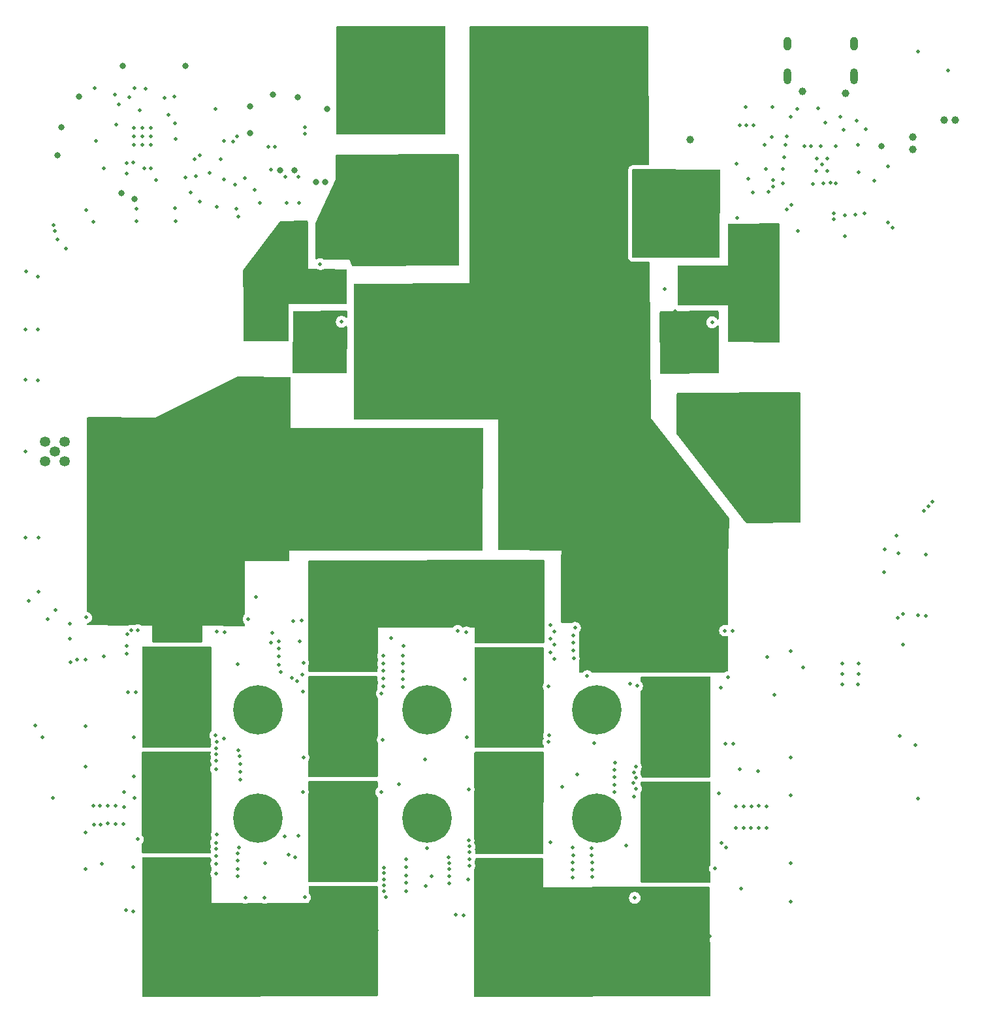
<source format=gbr>
%TF.GenerationSoftware,KiCad,Pcbnew,9.0.0*%
%TF.CreationDate,2025-04-30T10:12:32-04:00*%
%TF.ProjectId,emberone,656d6265-726f-46e6-952e-6b696361645f,rev?*%
%TF.SameCoordinates,Original*%
%TF.FileFunction,Copper,L2,Inr*%
%TF.FilePolarity,Positive*%
%FSLAX46Y46*%
G04 Gerber Fmt 4.6, Leading zero omitted, Abs format (unit mm)*
G04 Created by KiCad (PCBNEW 9.0.0) date 2025-04-30 10:12:32*
%MOMM*%
%LPD*%
G01*
G04 APERTURE LIST*
%TA.AperFunction,ComponentPad*%
%ADD10C,0.540000*%
%TD*%
%TA.AperFunction,HeatsinkPad*%
%ADD11C,0.540000*%
%TD*%
%TA.AperFunction,ComponentPad*%
%ADD12C,6.400000*%
%TD*%
%TA.AperFunction,ComponentPad*%
%ADD13C,3.200000*%
%TD*%
%TA.AperFunction,ComponentPad*%
%ADD14O,1.000000X2.100000*%
%TD*%
%TA.AperFunction,ComponentPad*%
%ADD15O,1.000000X1.800000*%
%TD*%
%TA.AperFunction,ComponentPad*%
%ADD16C,1.348000*%
%TD*%
%TA.AperFunction,ViaPad*%
%ADD17C,0.500000*%
%TD*%
%TA.AperFunction,ViaPad*%
%ADD18C,0.800000*%
%TD*%
%TA.AperFunction,ViaPad*%
%ADD19C,1.000000*%
%TD*%
G04 APERTURE END LIST*
D10*
%TO.N,/stack5/GND1*%
%TO.C,U55*%
X162235712Y-174725000D03*
X162230000Y-172755000D03*
X161130000Y-171735000D03*
X161122856Y-174725000D03*
X161117144Y-172755000D03*
X161100000Y-175765000D03*
X161100000Y-173805000D03*
X159945712Y-174725000D03*
X159940000Y-172755000D03*
X158900000Y-172775000D03*
X158890000Y-171745000D03*
D11*
X158880000Y-175765000D03*
D10*
X158880000Y-173825000D03*
X158878572Y-174725000D03*
X157685712Y-174725000D03*
X157680000Y-172755000D03*
%TD*%
D12*
%TO.N,unconnected-(H6-Pad1)*%
%TO.C,H6*%
X192930000Y-181770000D03*
%TD*%
D10*
%TO.N,/stack6/GND2*%
%TO.C,U65*%
X179254288Y-188635000D03*
X179260000Y-190605000D03*
X180360000Y-191625000D03*
X180367144Y-188635000D03*
X180372856Y-190605000D03*
X180390000Y-187595000D03*
X180390000Y-189555000D03*
X181544288Y-188635000D03*
X181550000Y-190605000D03*
X182590000Y-190585000D03*
X182600000Y-191615000D03*
D11*
X182610000Y-187595000D03*
D10*
X182610000Y-189535000D03*
X182611428Y-188635000D03*
X183804288Y-188635000D03*
X183810000Y-190605000D03*
%TD*%
%TO.N,/stack4/GND2*%
%TO.C,U47*%
X136214288Y-188605000D03*
X136220000Y-190575000D03*
X137320000Y-191595000D03*
X137327144Y-188605000D03*
X137332856Y-190575000D03*
X137350000Y-187565000D03*
X137350000Y-189525000D03*
X138504288Y-188605000D03*
X138510000Y-190575000D03*
X139550000Y-190555000D03*
X139560000Y-191585000D03*
D11*
X139570000Y-187565000D03*
D10*
X139570000Y-189505000D03*
X139571428Y-188605000D03*
X140764288Y-188605000D03*
X140770000Y-190575000D03*
%TD*%
D12*
%TO.N,unconnected-(H8-Pad1)*%
%TO.C,H8*%
X170930000Y-181770000D03*
%TD*%
D10*
%TO.N,GND*%
%TO.C,U74*%
X205295712Y-161135000D03*
X205290000Y-159165000D03*
X204190000Y-158145000D03*
X204182856Y-161135000D03*
X204177144Y-159165000D03*
X204160000Y-162175000D03*
X204160000Y-160215000D03*
X203005712Y-161135000D03*
X203000000Y-159165000D03*
X201960000Y-159185000D03*
X201950000Y-158155000D03*
D11*
X201940000Y-162175000D03*
D10*
X201940000Y-160235000D03*
X201938572Y-161135000D03*
X200745712Y-161135000D03*
X200740000Y-159165000D03*
%TD*%
%TO.N,/stack5/GND0*%
%TO.C,U54*%
X162235712Y-188395000D03*
X162230000Y-186425000D03*
X161130000Y-185405000D03*
X161122856Y-188395000D03*
X161117144Y-186425000D03*
X161100000Y-189435000D03*
X161100000Y-187475000D03*
X159945712Y-188395000D03*
X159940000Y-186425000D03*
X158900000Y-186445000D03*
X158890000Y-185415000D03*
D11*
X158880000Y-189435000D03*
D10*
X158880000Y-187495000D03*
X158878572Y-188395000D03*
X157685712Y-188395000D03*
X157680000Y-186425000D03*
%TD*%
%TO.N,/stack4/GND1*%
%TO.C,U46*%
X136214288Y-174925000D03*
X136220000Y-176895000D03*
X137320000Y-177915000D03*
X137327144Y-174925000D03*
X137332856Y-176895000D03*
X137350000Y-173885000D03*
X137350000Y-175845000D03*
X138504288Y-174925000D03*
X138510000Y-176895000D03*
X139550000Y-176875000D03*
X139560000Y-177905000D03*
D11*
X139570000Y-173885000D03*
D10*
X139570000Y-175825000D03*
X139571428Y-174925000D03*
X140764288Y-174925000D03*
X140770000Y-176895000D03*
%TD*%
%TO.N,/stack4/GND0*%
%TO.C,U45*%
X136214288Y-161235000D03*
X136220000Y-163205000D03*
X137320000Y-164225000D03*
X137327144Y-161235000D03*
X137332856Y-163205000D03*
X137350000Y-160195000D03*
X137350000Y-162155000D03*
X138504288Y-161235000D03*
X138510000Y-163205000D03*
X139550000Y-163185000D03*
X139560000Y-164215000D03*
D11*
X139570000Y-160195000D03*
D10*
X139570000Y-162135000D03*
X139571428Y-161235000D03*
X140764288Y-161235000D03*
X140770000Y-163205000D03*
%TD*%
D13*
%TO.N,/Power/VIN*%
%TO.C,J1*%
X164295549Y-81250000D03*
X164295549Y-88250000D03*
X169295549Y-81250000D03*
X169295549Y-88250000D03*
%TD*%
D12*
%TO.N,unconnected-(H5-Pad1)*%
%TO.C,H5*%
X192930000Y-167770000D03*
%TD*%
D10*
%TO.N,/stack7/GND0*%
%TO.C,U72*%
X205295712Y-188505000D03*
X205290000Y-186535000D03*
X204190000Y-185515000D03*
X204182856Y-188505000D03*
X204177144Y-186535000D03*
X204160000Y-189545000D03*
X204160000Y-187585000D03*
X203005712Y-188505000D03*
X203000000Y-186535000D03*
X201960000Y-186555000D03*
X201950000Y-185525000D03*
D11*
X201940000Y-189545000D03*
D10*
X201940000Y-187605000D03*
X201938572Y-188505000D03*
X200745712Y-188505000D03*
X200740000Y-186535000D03*
%TD*%
%TO.N,/stack6/GND0*%
%TO.C,U63*%
X179254288Y-161265000D03*
X179260000Y-163235000D03*
X180360000Y-164255000D03*
X180367144Y-161265000D03*
X180372856Y-163235000D03*
X180390000Y-160225000D03*
X180390000Y-162185000D03*
X181544288Y-161265000D03*
X181550000Y-163235000D03*
X182590000Y-163215000D03*
X182600000Y-164245000D03*
D11*
X182610000Y-160225000D03*
D10*
X182610000Y-162165000D03*
X182611428Y-161265000D03*
X183804288Y-161265000D03*
X183810000Y-163235000D03*
%TD*%
%TO.N,/stack6/GND1*%
%TO.C,U64*%
X179254288Y-174945000D03*
X179260000Y-176915000D03*
X180360000Y-177935000D03*
X180367144Y-174945000D03*
X180372856Y-176915000D03*
X180390000Y-173905000D03*
X180390000Y-175865000D03*
X181544288Y-174945000D03*
X181550000Y-176915000D03*
X182590000Y-176895000D03*
X182600000Y-177925000D03*
D11*
X182610000Y-173905000D03*
D10*
X182610000Y-175845000D03*
X182611428Y-174945000D03*
X183804288Y-174945000D03*
X183810000Y-176915000D03*
%TD*%
D14*
%TO.N,GND*%
%TO.C,J6*%
X226268700Y-85495000D03*
D15*
X226268700Y-81315000D03*
D14*
X217628700Y-85495000D03*
D15*
X217628700Y-81315000D03*
%TD*%
D16*
%TO.N,/3V6*%
%TO.C,J19*%
X122620000Y-134240000D03*
%TO.N,GND*%
X121350000Y-135510000D03*
X123890000Y-135510000D03*
X121350000Y-132970000D03*
X123890000Y-132970000D03*
%TD*%
D10*
%TO.N,/stack7/GND1*%
%TO.C,U73*%
X205295712Y-174815000D03*
X205290000Y-172845000D03*
X204190000Y-171825000D03*
X204182856Y-174815000D03*
X204177144Y-172845000D03*
X204160000Y-175855000D03*
X204160000Y-173895000D03*
X203005712Y-174815000D03*
X203000000Y-172845000D03*
X201960000Y-172865000D03*
X201950000Y-171835000D03*
D11*
X201940000Y-175855000D03*
D10*
X201940000Y-173915000D03*
X201938572Y-174815000D03*
X200745712Y-174815000D03*
X200740000Y-172845000D03*
%TD*%
%TO.N,/stack5/GND2*%
%TO.C,U56*%
X162255712Y-161045000D03*
X162250000Y-159075000D03*
X161150000Y-158055000D03*
X161142856Y-161045000D03*
X161137144Y-159075000D03*
X161120000Y-162085000D03*
X161120000Y-160125000D03*
X159965712Y-161045000D03*
X159960000Y-159075000D03*
X158920000Y-159095000D03*
X158910000Y-158065000D03*
D11*
X158900000Y-162085000D03*
D10*
X158900000Y-160145000D03*
X158898572Y-161045000D03*
X157705712Y-161045000D03*
X157700000Y-159075000D03*
%TD*%
D12*
%TO.N,unconnected-(H10-Pad1)*%
%TO.C,H10*%
X148930000Y-181770000D03*
%TD*%
%TO.N,unconnected-(H7-Pad1)*%
%TO.C,H7*%
X170930000Y-167770000D03*
%TD*%
D13*
%TO.N,GND*%
%TO.C,J2*%
X192774249Y-81300000D03*
X192774249Y-88300000D03*
X197774249Y-81300000D03*
X197774249Y-88300000D03*
%TD*%
D12*
%TO.N,unconnected-(H9-Pad1)*%
%TO.C,H9*%
X148930000Y-167770000D03*
%TD*%
D17*
%TO.N,GND*%
X133250000Y-102700000D03*
D18*
X163420000Y-122337500D03*
D19*
X200270000Y-145960000D03*
D17*
X127600000Y-104400000D03*
D18*
X162300000Y-119982500D03*
X198600000Y-120052500D03*
D19*
X205920000Y-147360000D03*
D18*
X163870000Y-128107500D03*
D17*
X230640000Y-97240000D03*
D18*
X163420000Y-118805000D03*
D17*
X144550000Y-98950000D03*
X132913949Y-93291049D03*
X135050000Y-92220000D03*
D18*
X173630000Y-114205000D03*
D17*
X221400807Y-96170000D03*
X122750000Y-154750000D03*
D18*
X163870000Y-126930000D03*
D19*
X201690000Y-144550000D03*
D18*
X154150000Y-88260000D03*
X176510000Y-114095000D03*
X164560000Y-115462500D03*
D19*
X201680000Y-147380000D03*
D18*
X168460000Y-123650000D03*
D17*
X215570807Y-93370000D03*
D19*
X194095000Y-144555000D03*
D18*
X157951600Y-89788400D03*
D17*
X118800000Y-118420000D03*
X119210000Y-153600000D03*
D18*
X169650000Y-126930000D03*
D17*
X222820807Y-96170000D03*
D18*
X162300000Y-121160000D03*
D17*
X132910000Y-94430000D03*
X120440000Y-111560000D03*
X138300000Y-104350000D03*
D18*
X167460000Y-115422500D03*
D17*
X140726200Y-96300000D03*
D19*
X204510000Y-147380000D03*
D17*
X164900000Y-118620000D03*
X198140000Y-164650000D03*
D18*
X168460000Y-121295000D03*
X162300000Y-123515000D03*
D17*
X120500000Y-152400000D03*
X132910000Y-92220000D03*
X122405000Y-179190000D03*
X141450000Y-101750000D03*
X235550000Y-147550000D03*
D18*
X157711600Y-99268400D03*
X192220000Y-123585000D03*
D17*
X123000000Y-106670000D03*
D18*
X229823700Y-94620000D03*
D17*
X135053949Y-93291049D03*
D18*
X131225000Y-100725000D03*
D19*
X195605000Y-147365000D03*
D17*
X121700000Y-156000000D03*
D18*
X192220000Y-120052500D03*
X163420000Y-123515000D03*
D17*
X214680807Y-94405000D03*
X120500000Y-145390000D03*
X143490000Y-89770000D03*
D18*
X172950000Y-129285000D03*
D17*
X234220000Y-172300000D03*
D18*
X192220000Y-122407500D03*
D17*
X118820000Y-124940000D03*
D18*
X163420000Y-119982500D03*
X193420000Y-120112500D03*
D17*
X226640000Y-91325000D03*
D18*
X132980000Y-101440000D03*
D19*
X205920000Y-145970000D03*
X203100000Y-147350000D03*
D17*
X223670807Y-104100000D03*
X140200000Y-100600000D03*
X220915382Y-99500000D03*
X154300000Y-101950000D03*
D18*
X123450000Y-92130000D03*
X125800000Y-88150000D03*
D17*
X138200000Y-102600000D03*
X142721041Y-98046399D03*
D18*
X164560000Y-114285000D03*
D17*
X226450807Y-103480000D03*
D19*
X203110000Y-144520000D03*
D18*
X123010000Y-95810000D03*
X172950000Y-126930000D03*
X198600000Y-118875000D03*
D17*
X222120807Y-96997500D03*
X231941360Y-155816335D03*
D19*
X198725000Y-144525000D03*
D17*
X133250000Y-104350000D03*
D19*
X200280000Y-144520000D03*
D17*
X225100807Y-106260000D03*
D19*
X194085000Y-145995000D03*
D17*
X221390807Y-97840000D03*
D18*
X192220000Y-118875000D03*
D19*
X204520000Y-144550000D03*
D18*
X162300000Y-122337500D03*
D17*
X134010000Y-92210000D03*
D18*
X193420000Y-122467500D03*
D19*
X192545000Y-144545000D03*
D17*
X219020807Y-105560000D03*
D18*
X169650000Y-129285000D03*
D17*
X135050000Y-94430000D03*
D18*
X173630000Y-116560000D03*
X169650000Y-128107500D03*
X198600000Y-121230000D03*
D17*
X134013949Y-93281049D03*
X218870000Y-89770000D03*
X234518700Y-82280000D03*
D18*
X168460000Y-122472500D03*
X168460000Y-118940000D03*
D19*
X201680000Y-145990000D03*
D18*
X192220000Y-121230000D03*
D17*
X222810807Y-97840000D03*
D18*
X193420000Y-123645000D03*
D17*
X120420000Y-124950000D03*
D19*
X200270000Y-147350000D03*
D17*
X228890000Y-99050000D03*
D18*
X176510000Y-116450000D03*
X167460000Y-114245000D03*
D19*
X204510000Y-145990000D03*
X205930000Y-144530000D03*
D18*
X197020000Y-115480000D03*
D17*
X118800000Y-134200000D03*
D18*
X163870000Y-129285000D03*
D17*
X118800000Y-145400000D03*
X124100000Y-107900000D03*
X227780000Y-92400000D03*
D18*
X197020000Y-114302500D03*
D19*
X198715000Y-145965000D03*
X192535000Y-147375000D03*
D18*
X168460000Y-120117500D03*
D17*
X234564000Y-179264000D03*
D18*
X147980000Y-92930000D03*
D17*
X146430000Y-103700000D03*
D18*
X198330000Y-116580000D03*
X176510000Y-115272500D03*
D17*
X120400000Y-118410000D03*
D18*
X193420000Y-121290000D03*
D17*
X121060000Y-171340000D03*
D19*
X197195000Y-147365000D03*
D17*
X225100807Y-103530000D03*
X150680000Y-97660000D03*
X134010000Y-94420000D03*
X126700000Y-102900000D03*
D19*
X192535000Y-145985000D03*
D17*
X234600000Y-155500000D03*
X118910000Y-110820000D03*
D19*
X197205000Y-144535000D03*
X194085000Y-147385000D03*
D17*
X196220000Y-117990000D03*
D18*
X198600000Y-123585000D03*
D19*
X197195000Y-145975000D03*
D17*
X231800000Y-145150000D03*
D18*
X198600000Y-122407500D03*
D19*
X203100000Y-145960000D03*
D17*
X209030000Y-164830000D03*
D18*
X164560000Y-116640000D03*
D19*
X195615000Y-144535000D03*
D18*
X163420000Y-121160000D03*
D19*
X237938700Y-91180000D03*
D17*
X124600000Y-156600000D03*
D18*
X139580000Y-84210000D03*
D17*
X139540000Y-98625000D03*
X230200000Y-146900000D03*
X214870000Y-97560000D03*
D19*
X198715000Y-147355000D03*
D18*
X162300000Y-118805000D03*
D19*
X239343700Y-91185000D03*
D18*
X131400000Y-84190000D03*
X172950000Y-128107500D03*
X151860000Y-97710000D03*
X193420000Y-118935000D03*
D17*
X215700000Y-89470000D03*
D18*
X167460000Y-116600000D03*
D17*
X124600000Y-158500000D03*
D19*
X195605000Y-145975000D03*
D18*
X173630000Y-115382500D03*
D19*
%TO.N,/Power/VIN_M*%
X168388000Y-99280000D03*
X168370000Y-103730000D03*
X202420000Y-103560000D03*
X162140000Y-99280000D03*
X208220000Y-102260000D03*
X199450000Y-99690000D03*
X169930000Y-102290000D03*
X202410000Y-100960000D03*
X205350000Y-103530000D03*
X205340000Y-100930000D03*
X169950000Y-99280000D03*
X202420000Y-104930000D03*
X198050000Y-100950000D03*
D17*
X161060000Y-95990000D03*
D19*
X160660000Y-99320000D03*
X165227631Y-96550000D03*
X165274000Y-102290000D03*
X200950000Y-102280000D03*
X206810000Y-103570000D03*
X169910000Y-100800000D03*
X206770000Y-99700000D03*
X199490000Y-102260000D03*
X166826000Y-102290000D03*
X166808000Y-105130000D03*
X162170000Y-102300000D03*
X160690000Y-102300000D03*
X198020000Y-99680000D03*
X169920000Y-103730000D03*
X162150000Y-100800000D03*
X203820000Y-100950000D03*
X165264000Y-99280000D03*
X160670000Y-100810000D03*
X198060000Y-103550000D03*
X165270000Y-103730000D03*
X168355210Y-97920000D03*
X199490000Y-103560000D03*
D17*
X127968951Y-93950000D03*
D19*
X159220000Y-102290000D03*
X200940000Y-100980000D03*
X203790000Y-99680000D03*
X159200000Y-100800000D03*
X169920000Y-97920000D03*
X169940000Y-96550000D03*
X165225631Y-97920000D03*
X163660841Y-97920000D03*
X205310000Y-99660000D03*
X168354000Y-105130000D03*
X163763949Y-106473949D03*
X166826000Y-99280000D03*
X162170000Y-105103949D03*
X208220000Y-103560000D03*
X165262000Y-105130000D03*
X168378000Y-102290000D03*
X206810000Y-102270000D03*
X208180000Y-98320000D03*
X166820000Y-103730000D03*
X199450000Y-98320000D03*
X208210000Y-100960000D03*
X208180000Y-99690000D03*
X162096051Y-97920000D03*
D17*
X159480000Y-95990000D03*
D19*
X203830000Y-102250000D03*
X199490000Y-104930000D03*
X206800000Y-100970000D03*
X198060000Y-102250000D03*
D17*
X146200000Y-102700000D03*
D19*
X166798420Y-96550000D03*
X166790420Y-97920000D03*
X205310000Y-98290000D03*
X168358000Y-100800000D03*
X206770000Y-98330000D03*
X200950000Y-104950000D03*
X163722000Y-102300000D03*
X163716000Y-105103949D03*
X166806000Y-100800000D03*
X200910000Y-98340000D03*
X202380000Y-98320000D03*
X199480000Y-100960000D03*
X169900000Y-105130000D03*
X200910000Y-99710000D03*
X203790000Y-98310000D03*
X163702000Y-99280000D03*
X200950000Y-103580000D03*
D17*
X160270000Y-95990000D03*
D19*
X168369210Y-96550000D03*
X162170000Y-103740000D03*
X203830000Y-103550000D03*
X160750000Y-103750000D03*
X205350000Y-102230000D03*
X162086051Y-96550000D03*
X198020000Y-98310000D03*
X163702000Y-100800000D03*
X202380000Y-99690000D03*
X163656841Y-96550000D03*
X165254000Y-100800000D03*
X198060000Y-104920000D03*
X202420000Y-102260000D03*
X163720000Y-103740000D03*
D17*
%TO.N,Net-(D1-A)*%
X137370000Y-90530000D03*
X131960000Y-96750000D03*
%TO.N,Net-(U1-COMP1)*%
X138240000Y-91660000D03*
X138280000Y-93630000D03*
%TO.N,Net-(D2-A)*%
X136880000Y-88310000D03*
X130400000Y-87860000D03*
X132320000Y-88248792D03*
D19*
%TO.N,/3V6*%
X131235000Y-141275000D03*
X215293700Y-135720000D03*
X132825000Y-139905000D03*
X150960000Y-132170000D03*
X132825000Y-141275000D03*
D17*
X138720000Y-155620000D03*
D19*
X138720000Y-145450000D03*
X218340000Y-138730000D03*
D18*
X176690000Y-135180000D03*
D19*
X128165000Y-142645000D03*
X134335000Y-145455000D03*
X212260000Y-135710000D03*
X128165000Y-141285000D03*
D17*
X137785000Y-154810000D03*
D18*
X176690000Y-133605000D03*
D19*
X135900000Y-139890000D03*
X140140000Y-141290000D03*
X168800000Y-133310000D03*
X213800000Y-142140000D03*
X215293700Y-137310000D03*
X210776300Y-138880000D03*
X132815000Y-145465000D03*
X149440000Y-132190000D03*
X216846558Y-134030000D03*
X215293700Y-134200000D03*
X128195000Y-138505000D03*
X212256300Y-140500000D03*
X209320000Y-134190000D03*
X164535000Y-133310000D03*
X140140000Y-142650000D03*
X216846558Y-137170000D03*
X147890000Y-133550000D03*
D18*
X176690000Y-132015000D03*
D19*
X167410000Y-133310000D03*
X140170000Y-138510000D03*
X149470000Y-130780000D03*
D17*
X136830000Y-155620000D03*
D19*
X213813700Y-134200000D03*
X218330000Y-141980000D03*
X213813700Y-131010000D03*
X137310000Y-142650000D03*
X164535000Y-134900000D03*
X213813700Y-135720000D03*
X141540000Y-145460000D03*
X152550000Y-132170000D03*
X215290000Y-138890000D03*
X216846558Y-135450000D03*
X134345000Y-139895000D03*
X137340000Y-138510000D03*
D17*
X139675000Y-154810000D03*
D19*
X134345000Y-141265000D03*
D17*
X140620000Y-154810000D03*
D19*
X135890000Y-146840000D03*
X210780000Y-135710000D03*
X134345000Y-142625000D03*
X209320000Y-131000000D03*
X131225000Y-145465000D03*
X165925000Y-133310000D03*
X138720000Y-146840000D03*
X216842858Y-138750000D03*
X152550000Y-133540000D03*
X218340000Y-140350000D03*
X140130000Y-145480000D03*
X216832858Y-142000000D03*
X137300000Y-145480000D03*
X138730000Y-141260000D03*
X212260000Y-131000000D03*
X213813700Y-137310000D03*
X128155000Y-146865000D03*
X210780000Y-132590000D03*
X213810000Y-138890000D03*
X134375000Y-138485000D03*
X131235000Y-142635000D03*
D17*
X134940000Y-155630000D03*
D19*
X147890000Y-134910000D03*
X131265000Y-138495000D03*
X135930000Y-138480000D03*
X141540000Y-146850000D03*
X167410000Y-136500000D03*
D17*
X137775000Y-155620000D03*
D19*
X218343700Y-137150000D03*
X135900000Y-142620000D03*
X132825000Y-142635000D03*
X209320000Y-135710000D03*
X140140000Y-139920000D03*
X140130000Y-146870000D03*
X149440000Y-133560000D03*
D17*
X135895000Y-154810000D03*
D19*
X147920000Y-130770000D03*
D17*
X135885000Y-155620000D03*
D19*
X216842858Y-140370000D03*
X215293700Y-132600000D03*
X164535000Y-136500000D03*
X152550000Y-134900000D03*
X215290000Y-140510000D03*
D17*
X138730000Y-154810000D03*
D19*
X216846558Y-132440000D03*
D17*
X136840000Y-154810000D03*
D19*
X132815000Y-146855000D03*
X137310000Y-139920000D03*
X141550000Y-142630000D03*
X128165000Y-144035000D03*
X210780000Y-134190000D03*
X141550000Y-144020000D03*
X141550000Y-141270000D03*
X150960000Y-134900000D03*
X137310000Y-144040000D03*
X129715000Y-144045000D03*
X135890000Y-145450000D03*
X131225000Y-146855000D03*
X209320000Y-137300000D03*
X168800000Y-134900000D03*
X129705000Y-146875000D03*
X218286558Y-130900000D03*
X210780000Y-137300000D03*
X138730000Y-142620000D03*
X167410000Y-134900000D03*
X134345000Y-144015000D03*
X138760000Y-138480000D03*
X128155000Y-145475000D03*
X129745000Y-138515000D03*
X149440000Y-134920000D03*
X216846558Y-130920000D03*
X137310000Y-141290000D03*
X134335000Y-146845000D03*
X138730000Y-139890000D03*
X218343700Y-135430000D03*
X140140000Y-144040000D03*
X209320000Y-132590000D03*
X129715000Y-142655000D03*
D17*
X142400000Y-153030000D03*
D19*
X212260000Y-137300000D03*
X141580000Y-138490000D03*
X218286558Y-132420000D03*
X212260000Y-134190000D03*
X215280000Y-142140000D03*
X129705000Y-145485000D03*
X132855000Y-138495000D03*
X212260000Y-132590000D03*
X165925000Y-136500000D03*
X210780000Y-131000000D03*
X135900000Y-144010000D03*
X215293700Y-131010000D03*
X152580000Y-130760000D03*
D17*
X134950000Y-154810000D03*
X140610000Y-155620000D03*
D19*
X213813700Y-132600000D03*
X129715000Y-141295000D03*
X165925000Y-134900000D03*
X150960000Y-133540000D03*
D17*
X139665000Y-155620000D03*
D19*
X168800000Y-136500000D03*
X213810000Y-140510000D03*
X131235000Y-144025000D03*
X218286558Y-134010000D03*
X150990000Y-130760000D03*
X137300000Y-146870000D03*
X138730000Y-144010000D03*
X131235000Y-139905000D03*
X132825000Y-144025000D03*
X147890000Y-132180000D03*
X212256300Y-138880000D03*
X135900000Y-141260000D03*
X128165000Y-139915000D03*
X141550000Y-139900000D03*
X129715000Y-139925000D03*
D17*
%TO.N,/Power/VIN*%
X162100000Y-92080000D03*
X159500000Y-89280000D03*
X163730000Y-91170000D03*
X162920000Y-92070000D03*
X161280000Y-92070000D03*
X160383333Y-89290000D03*
X162910000Y-91160000D03*
X161270000Y-91160000D03*
X162090000Y-91170000D03*
X163740000Y-92080000D03*
X162130000Y-90210000D03*
X160363333Y-90200000D03*
X162150000Y-89300000D03*
X159480000Y-90190000D03*
X161246667Y-90220000D03*
X161266667Y-89310000D03*
%TO.N,Net-(Q1-G)*%
X144102469Y-96254200D03*
X157040000Y-109910000D03*
%TO.N,Net-(Q2-G)*%
X159800000Y-117390000D03*
X148570000Y-100290000D03*
%TO.N,Net-(Q3-G)*%
X146210000Y-93290000D03*
X211140000Y-103930000D03*
%TO.N,Net-(Q4-G)*%
X207858700Y-117450000D03*
X144600000Y-93950000D03*
%TO.N,/3V3*%
X213100000Y-100560000D03*
X227650807Y-103350000D03*
X223640807Y-103330000D03*
X222560807Y-91580000D03*
D18*
X147980000Y-89450000D03*
D19*
X233898700Y-94980000D03*
D17*
X218030807Y-90795000D03*
X224920807Y-92475000D03*
X232200000Y-171100000D03*
D18*
X156461600Y-99268400D03*
D17*
X226790807Y-94405000D03*
D19*
X233898700Y-93380000D03*
D18*
X153730000Y-97700000D03*
D17*
X232000000Y-147400000D03*
X226880807Y-98005000D03*
X120100000Y-169750000D03*
D18*
X150928949Y-87930000D03*
D17*
X212200000Y-89510000D03*
X217350807Y-94390000D03*
X217020807Y-97560000D03*
%TO.N,/Data/1V1*%
X221910807Y-94615000D03*
X222270807Y-99385000D03*
X223850807Y-94615000D03*
%TO.N,/stack4/GND0*%
X137243333Y-168470000D03*
X139076667Y-169270000D03*
X139090000Y-168470000D03*
X138153333Y-169270000D03*
X140013333Y-168470000D03*
X136306667Y-169270000D03*
X133360000Y-157380000D03*
X136320000Y-168470000D03*
X138166666Y-168470000D03*
X135383333Y-169270000D03*
X134460000Y-169270000D03*
X134473333Y-168470000D03*
X143630000Y-157610000D03*
X135396666Y-168470000D03*
X140000000Y-169270000D03*
X137230000Y-169270000D03*
%TO.N,/stack4/GND1*%
X134300000Y-182980000D03*
X135340000Y-182980000D03*
X139513333Y-182170000D03*
X140540000Y-182980000D03*
X135353333Y-182170000D03*
X137433333Y-182170000D03*
X139500000Y-182980000D03*
X138473333Y-182170000D03*
X136380000Y-182980000D03*
X137420000Y-182980000D03*
X136393333Y-182170000D03*
X140553333Y-182170000D03*
X132890000Y-171260000D03*
X143440000Y-171040000D03*
X134313333Y-182170000D03*
X138460000Y-182980000D03*
%TO.N,/stack4/GND2*%
X156720000Y-194960000D03*
X159545000Y-194960000D03*
X157655000Y-194100000D03*
X160486667Y-194960000D03*
X164338000Y-196342000D03*
X158603333Y-194960000D03*
X160480000Y-194100000D03*
X161428333Y-194960000D03*
X159538333Y-194100000D03*
X158596666Y-194100000D03*
X162370000Y-194950000D03*
X143620000Y-183930000D03*
X133380000Y-184540000D03*
X156713333Y-194100000D03*
X161421666Y-194100000D03*
X162363333Y-194090000D03*
X157661667Y-194960000D03*
%TO.N,/stack4/1V2-0*%
X133120000Y-165470000D03*
D18*
%TO.N,/Power/SW1*%
X152550000Y-105080000D03*
X153620000Y-109825000D03*
X148967500Y-113450000D03*
X148962500Y-112380000D03*
X153680000Y-112120000D03*
X151337500Y-112380000D03*
X153680000Y-110932500D03*
X150150000Y-112380000D03*
X152525000Y-112380000D03*
X153620000Y-108637500D03*
X153620000Y-105075000D03*
X152550000Y-109830000D03*
X153680000Y-114495000D03*
X150155000Y-113450000D03*
X153680000Y-113307500D03*
D17*
X131940000Y-98140000D03*
D18*
X152550000Y-106267500D03*
X147775000Y-112380000D03*
X153620000Y-106262500D03*
X151342500Y-113450000D03*
X154750000Y-114490000D03*
D17*
X140913909Y-98486091D03*
D18*
X152550000Y-107455000D03*
X152550000Y-108642500D03*
D17*
X135730121Y-98950900D03*
D18*
X153620000Y-107450000D03*
X154750000Y-110927500D03*
X154750000Y-112115000D03*
X154750000Y-113302500D03*
X147780000Y-113450000D03*
X152530000Y-113450000D03*
%TO.N,/Power/SW2*%
X209000000Y-112090000D03*
X212870000Y-109800000D03*
D17*
X201698700Y-113100000D03*
D18*
X211650000Y-107435000D03*
X214222500Y-113470000D03*
X209000000Y-110902500D03*
X215410000Y-113470000D03*
X215405000Y-112400000D03*
X213035000Y-113470000D03*
X213030000Y-112400000D03*
X214217500Y-112400000D03*
X209000000Y-113277500D03*
X212870000Y-105050000D03*
X212870000Y-108612500D03*
X209000000Y-114465000D03*
D17*
X130930000Y-89160000D03*
D18*
X212870000Y-106237500D03*
X211650000Y-109810000D03*
X211650000Y-106247500D03*
X211650000Y-108622500D03*
X211847500Y-113470000D03*
X212870000Y-107425000D03*
X210660000Y-113470000D03*
X210655000Y-112400000D03*
X211842500Y-112400000D03*
%TO.N,/Power/LOOP1*%
X154260000Y-122252500D03*
X159120000Y-123460000D03*
X159120000Y-122282500D03*
X154260000Y-119897500D03*
X160050000Y-123450000D03*
X160050000Y-119917500D03*
X160050000Y-118740000D03*
X160050000Y-121095000D03*
X154260000Y-121075000D03*
X154260000Y-118720000D03*
D17*
X149200000Y-101950000D03*
D18*
X159120000Y-121105000D03*
D17*
X155150000Y-117110000D03*
D18*
X154260000Y-123430000D03*
X159120000Y-119927500D03*
X159120000Y-118750000D03*
X160050000Y-122272500D03*
D17*
%TO.N,Net-(U1-CS2)*%
X134400000Y-87140000D03*
X152550000Y-98600000D03*
%TO.N,/stack4/1V2-1*%
X132950000Y-179160000D03*
%TO.N,/stack4/1V2-2*%
X132790000Y-193870000D03*
%TO.N,/stack4/0V8-0*%
X132130000Y-165420000D03*
X128970000Y-160830000D03*
%TO.N,/stack4/0V8-1*%
X132850000Y-176370000D03*
X131580000Y-178390000D03*
%TO.N,/stack4/0V8-2*%
X128740000Y-187750000D03*
X131820000Y-193740000D03*
%TO.N,/stack5/GND0*%
X160835000Y-181180000D03*
X161810000Y-181180000D03*
X149930000Y-187660000D03*
X157923333Y-180320000D03*
X155070000Y-192060000D03*
X160848333Y-180320000D03*
X159860000Y-181180000D03*
X158885000Y-181180000D03*
X156948333Y-180320000D03*
X159873333Y-180320000D03*
X155973333Y-180330000D03*
X161823333Y-180320000D03*
X157910000Y-181180000D03*
X156935000Y-181180000D03*
X165540000Y-192030000D03*
X158898333Y-180320000D03*
X155960000Y-181190000D03*
%TO.N,/stack5/GND1*%
X155973333Y-166760000D03*
X160798333Y-166750000D03*
X157890000Y-167610000D03*
X161750000Y-167610000D03*
X159820000Y-167610000D03*
X158868333Y-166750000D03*
X159833333Y-166750000D03*
X158855000Y-167610000D03*
X161763333Y-166750000D03*
X155960000Y-167620000D03*
X156938333Y-166750000D03*
X160785000Y-167610000D03*
X164930000Y-178410000D03*
X156925000Y-167610000D03*
X157903333Y-166750000D03*
X154800000Y-178410000D03*
%TO.N,/stack5/GND2*%
X179483333Y-155620000D03*
X177310000Y-155620000D03*
X183830000Y-155620000D03*
X181836667Y-154760000D03*
X178396667Y-155620000D03*
X185674000Y-152908000D03*
X165002500Y-165607500D03*
X182743333Y-155620000D03*
X179580000Y-154760000D03*
X181656667Y-155620000D03*
X180708333Y-154760000D03*
X154770000Y-165410000D03*
X180570000Y-155620000D03*
X182965000Y-154760000D03*
X147722500Y-155955000D03*
X178451666Y-154760000D03*
X177323333Y-154760000D03*
X146362500Y-161820000D03*
%TO.N,/stack5/1V2-0*%
X152930000Y-186570000D03*
X154225000Y-184125000D03*
%TO.N,/stack5/1V2-1*%
X154880000Y-173920000D03*
%TO.N,/stack5/1V2-2*%
X150840000Y-157720000D03*
X154630000Y-156180000D03*
%TO.N,/stack5/0V8-0*%
X153800000Y-186900000D03*
%TO.N,/stack5/0V8-1*%
X165150000Y-171610000D03*
%TO.N,/stack5/0V8-2*%
X150691091Y-159021091D03*
X153560000Y-156200000D03*
%TO.N,/stack6/GND0*%
X181680000Y-169310000D03*
X182750000Y-169310000D03*
X178470000Y-168470000D03*
X180610000Y-168470000D03*
X179540000Y-169310000D03*
X181680000Y-168470000D03*
X180610000Y-169310000D03*
X186900000Y-156720000D03*
X178470000Y-169310000D03*
X183820000Y-168470000D03*
X177400000Y-169310000D03*
X182750000Y-168470000D03*
X179540000Y-168470000D03*
X183820000Y-169310000D03*
X177400000Y-168470000D03*
X176000000Y-157680000D03*
%TO.N,/stack6/GND1*%
X179333333Y-182090000D03*
X182373333Y-183030000D03*
X179323333Y-183030000D03*
X186710000Y-171070000D03*
X178316667Y-182090000D03*
X176020000Y-171340000D03*
X177300000Y-182100000D03*
X182383333Y-182090000D03*
X180350000Y-182090000D03*
X181356667Y-183030000D03*
X180340000Y-183030000D03*
X183400000Y-182090000D03*
X183390000Y-183030000D03*
X181366667Y-182090000D03*
X178306667Y-183030000D03*
X177290000Y-183040000D03*
%TO.N,/stack6/GND2*%
X204406666Y-194190000D03*
X203340000Y-194190000D03*
X186860000Y-184900000D03*
X207518000Y-197104000D03*
X199020000Y-195110000D03*
X203286667Y-195100000D03*
X202220000Y-195100000D03*
X205420000Y-195100000D03*
X205473333Y-194190000D03*
X176280000Y-184700000D03*
X200086667Y-195100000D03*
X202273333Y-194190000D03*
X201153333Y-195100000D03*
X199073333Y-194200000D03*
X201206666Y-194190000D03*
X204353333Y-195100000D03*
X200140000Y-194190000D03*
%TO.N,/stack6/1V2-0*%
X186660000Y-164720000D03*
%TO.N,/stack6/1V2-1*%
X176300000Y-178050000D03*
%TO.N,/stack6/1V2-2*%
X171480000Y-189320000D03*
X175650000Y-194370000D03*
%TO.N,/stack6/0V8-0*%
X175810000Y-163790000D03*
%TO.N,/stack6/0V8-1*%
X192528749Y-172053749D03*
X188425000Y-177750000D03*
%TO.N,/stack6/0V8-2*%
X174600000Y-194360000D03*
%TO.N,/stack7/GND0*%
X198900000Y-181340000D03*
X200930000Y-181320000D03*
X197820000Y-192140000D03*
X204990000Y-181320000D03*
X203975000Y-181320000D03*
X202960000Y-181320000D03*
X200953333Y-180440000D03*
X201945000Y-181320000D03*
X199915000Y-181320000D03*
X201968333Y-180440000D03*
X198923333Y-180460000D03*
X211600000Y-190930000D03*
X205013333Y-180440000D03*
X199938333Y-180440000D03*
X202983333Y-180440000D03*
X203998333Y-180440000D03*
%TO.N,/stack7/GND1*%
X197764455Y-178982768D03*
X204960000Y-167660000D03*
X198980000Y-167680000D03*
X202980000Y-166780000D03*
X200986666Y-166780000D03*
X201983333Y-166780000D03*
X200973333Y-167660000D03*
X199976667Y-167660000D03*
X202966667Y-167660000D03*
X201970000Y-167660000D03*
X208730000Y-178560000D03*
X204973333Y-166780000D03*
X199990000Y-166780000D03*
X203963333Y-167660000D03*
X198993333Y-166800000D03*
X203976666Y-166780000D03*
%TO.N,/stack7/1V2-0*%
X209080000Y-185050000D03*
X208200000Y-188330000D03*
%TO.N,/stack7/1V2-1*%
X213820000Y-175670000D03*
X210580000Y-172125000D03*
%TO.N,/stack7/1V2-2*%
X230195104Y-149850000D03*
X209520000Y-157460000D03*
X215026522Y-160913133D03*
X235600000Y-155510000D03*
%TO.N,/stack7/0V8-0*%
X209690000Y-185580000D03*
%TO.N,/stack7/0V8-1*%
X209560000Y-172150000D03*
%TO.N,/stack7/0V8-2*%
X210530000Y-157460000D03*
%TO.N,/Data/SWD*%
X223930807Y-99415000D03*
X224518291Y-90756321D03*
%TO.N,/Data/SWCLK*%
X223170807Y-99330000D03*
X221618700Y-89675000D03*
%TO.N,/Data/QSPI_SS*%
X211430807Y-91880000D03*
X217533835Y-93314305D03*
%TO.N,Net-(U46-NRSTO)*%
X143610000Y-171890000D03*
%TO.N,Net-(U46-CO)*%
X143526091Y-175413909D03*
%TO.N,Net-(U46-CLKO)*%
X143550000Y-174320000D03*
%TO.N,Net-(U46-RI)*%
X143549000Y-173531000D03*
%TO.N,Net-(U46-BO)*%
X143550000Y-172710000D03*
%TO.N,Net-(U45-BI)*%
X146620000Y-173760000D03*
%TO.N,Net-(U45-CO)*%
X132570000Y-157450000D03*
%TO.N,Net-(U46-CI)*%
X131620000Y-180330000D03*
%TO.N,Net-(U47-CO)*%
X131520000Y-182590000D03*
%TO.N,Net-(U46-CLKI)*%
X130490000Y-180200000D03*
%TO.N,Net-(U45-CLKO)*%
X131990000Y-157940000D03*
%TO.N,Net-(U47-CLKO)*%
X130540000Y-182580000D03*
%TO.N,Net-(U46-RO)*%
X129480000Y-180200000D03*
%TO.N,Net-(U45-RI)*%
X131920000Y-159470000D03*
X124639999Y-161557817D03*
%TO.N,Net-(U47-RI)*%
X129480000Y-182500000D03*
%TO.N,Net-(U46-BI)*%
X128490000Y-180200000D03*
%TO.N,Net-(U45-BO)*%
X131960000Y-160450000D03*
%TO.N,Net-(U47-BO)*%
X128530000Y-182610000D03*
%TO.N,Net-(U46-NRSTI)*%
X127630000Y-180180000D03*
%TO.N,Net-(U45-NRSTO)*%
X125520000Y-161250000D03*
%TO.N,Net-(U47-NRSTO)*%
X132770000Y-188170000D03*
X127670000Y-182610000D03*
%TO.N,Net-(U55-NRSTO)*%
X168190000Y-191270000D03*
X167275000Y-177375000D03*
%TO.N,Net-(U55-CO)*%
X168190000Y-187120000D03*
%TO.N,Net-(U55-CLKO)*%
X168190000Y-188140000D03*
%TO.N,Net-(U55-RI)*%
X168190000Y-189210000D03*
%TO.N,Net-(U55-BO)*%
X168190000Y-190200000D03*
%TO.N,Net-(U55-CI)*%
X151680000Y-158810000D03*
%TO.N,Net-(U54-CO)*%
X146462909Y-185587091D03*
%TO.N,Net-(U56-CO)*%
X154350000Y-158820000D03*
%TO.N,Net-(U54-CLKO)*%
X146350000Y-186390000D03*
%TO.N,Net-(U55-CLKI)*%
X151700000Y-159810000D03*
%TO.N,Net-(U56-CLKO)*%
X154853858Y-161636039D03*
%TO.N,Net-(U55-RO)*%
X151700000Y-160840000D03*
%TO.N,Net-(U54-RI)*%
X146310000Y-187330000D03*
X152400000Y-184150000D03*
%TO.N,Net-(U56-RI)*%
X154700000Y-163200000D03*
%TO.N,Net-(U55-BI)*%
X151660000Y-161870000D03*
%TO.N,Net-(U54-BO)*%
X146320000Y-188410000D03*
%TO.N,Net-(U56-BO)*%
X154040000Y-163980000D03*
%TO.N,Net-(U54-NRSTO)*%
X146310000Y-189360000D03*
%TO.N,Net-(U55-NRSTI)*%
X151940000Y-162856000D03*
%TO.N,Net-(U56-NRSTO)*%
X153370000Y-163610000D03*
%TO.N,Net-(U64-NRSTO)*%
X186625000Y-171910000D03*
X189920000Y-161070000D03*
%TO.N,Net-(U64-CO)*%
X190100000Y-157090000D03*
%TO.N,Net-(U64-CLKO)*%
X189890000Y-158110000D03*
%TO.N,Net-(U64-RI)*%
X189890000Y-159060000D03*
%TO.N,Net-(U64-BO)*%
X189890000Y-160050000D03*
%TO.N,Net-(U64-CI)*%
X173713954Y-186860313D03*
%TO.N,Net-(U63-CO)*%
X167780000Y-160730000D03*
%TO.N,Net-(U65-CO)*%
X176400000Y-185470000D03*
%TO.N,Net-(U63-CLKO)*%
X167780000Y-161720000D03*
%TO.N,Net-(U64-CLKI)*%
X173760000Y-187650000D03*
%TO.N,Net-(U65-CLKO)*%
X176430000Y-186240000D03*
%TO.N,Net-(U63-RI)*%
X167800000Y-159450000D03*
X167780000Y-162730000D03*
%TO.N,Net-(U64-RO)*%
X173800000Y-188400000D03*
%TO.N,Net-(U65-RI)*%
X176390000Y-187130000D03*
%TO.N,Net-(U64-BI)*%
X173800000Y-189325000D03*
%TO.N,Net-(U63-BO)*%
X167780000Y-163730000D03*
%TO.N,Net-(U65-BO)*%
X176370000Y-187940000D03*
%TO.N,Net-(U63-NRSTO)*%
X167775000Y-164750000D03*
%TO.N,Net-(U64-NRSTI)*%
X173800000Y-190250000D03*
%TO.N,Net-(U65-NRSTO)*%
X176196545Y-189791783D03*
%TO.N,Net-(U73-NRSTO)*%
X214940000Y-180240000D03*
X211450000Y-175450000D03*
%TO.N,Net-(U73-CO)*%
X210910000Y-180240000D03*
%TO.N,Net-(U73-CLKO)*%
X211920000Y-180240000D03*
%TO.N,Net-(U73-RI)*%
X212930000Y-180240000D03*
%TO.N,Net-(U73-BO)*%
X213920000Y-180230000D03*
%TO.N,Net-(U74-BI)*%
X209910000Y-163500000D03*
%TO.N,Net-(U72-CO)*%
X192260000Y-185660000D03*
%TO.N,Net-(U73-CI)*%
X197991091Y-177971091D03*
%TO.N,Net-(U72-CLKO)*%
X192260000Y-186610000D03*
%TO.N,Net-(U73-CLKI)*%
X197679096Y-177249096D03*
%TO.N,Net-(U72-RI)*%
X192280000Y-187570000D03*
%TO.N,Net-(U73-RO)*%
X197980000Y-176550000D03*
%TO.N,Net-(U73-BI)*%
X197690000Y-175850000D03*
%TO.N,Net-(U72-BO)*%
X192310000Y-188520000D03*
%TO.N,Net-(U73-NRSTI)*%
X197980000Y-175130000D03*
%TO.N,Net-(U72-NRSTO)*%
X192310000Y-189450000D03*
%TO.N,/stack4/RO*%
X143550000Y-186680000D03*
%TO.N,/stack4/CLKI*%
X143550000Y-185800000D03*
%TO.N,/stack4/CI*%
X143530000Y-184980000D03*
%TO.N,Net-(U74-NRSTO)*%
X195250000Y-174630000D03*
X197240686Y-164316752D03*
%TO.N,Net-(U74-BO)*%
X195230000Y-175567500D03*
%TO.N,Net-(U74-RI)*%
X195230000Y-176505000D03*
%TO.N,Net-(U74-CLKO)*%
X195230000Y-177442500D03*
%TO.N,Net-(U74-CO)*%
X195230000Y-178380000D03*
%TO.N,/Data/SCL*%
X230680000Y-104490000D03*
X218120807Y-102210000D03*
X215170000Y-100510000D03*
X151130000Y-94650000D03*
X155094000Y-92162183D03*
X122490000Y-104830000D03*
%TO.N,/Data/SDA*%
X122620000Y-105600000D03*
X155094000Y-92940000D03*
X231260000Y-105150000D03*
X212545000Y-98790000D03*
X150320000Y-94670000D03*
X217570807Y-102800000D03*
%TO.N,/Data/QSPI_SD1*%
X219850807Y-94590000D03*
X212269696Y-91863644D03*
%TO.N,/Data/QSPI_SD2*%
X220690807Y-94590000D03*
X213220807Y-91845000D03*
%TO.N,/RST*%
X236460000Y-140710000D03*
X217030807Y-99430000D03*
%TO.N,/RX*%
X235320000Y-141900000D03*
X215780807Y-99840000D03*
%TO.N,/TX*%
X235910000Y-141350000D03*
X215770807Y-99010000D03*
%TO.N,/stack6/1V2-0B*%
X166225000Y-158400000D03*
%TO.N,/stack7/1V2-0B*%
X196725000Y-185325000D03*
%TO.N,/stack6/CI*%
X189800000Y-185630000D03*
%TO.N,/stack6/CLKI*%
X189820000Y-186590000D03*
%TO.N,/stack6/RO*%
X189800000Y-187540000D03*
%TO.N,/stack6/BI*%
X189800000Y-188500000D03*
%TO.N,/stack6/NRSTI*%
X189770000Y-189480000D03*
%TO.N,Net-(U45-NRSTI)*%
X146410000Y-173030000D03*
%TO.N,Net-(U45-RO)*%
X146640000Y-174770000D03*
%TO.N,Net-(U45-CLKI)*%
X146650000Y-175780000D03*
%TO.N,Net-(U45-CI)*%
X146650000Y-176790000D03*
%TO.N,Net-(U54-NRSTI)*%
X165260000Y-191320000D03*
%TO.N,Net-(U54-BI)*%
X165260000Y-190500000D03*
%TO.N,Net-(U54-RO)*%
X165260000Y-189720000D03*
%TO.N,Net-(U54-CLKI)*%
X165260000Y-188950000D03*
%TO.N,Net-(U54-CI)*%
X165260000Y-188190000D03*
%TO.N,/stack4/BI*%
X143550000Y-187730000D03*
%TO.N,/stack4/NRSTI*%
X143570000Y-189020000D03*
%TO.N,Net-(U63-NRSTI)*%
X187370000Y-161170000D03*
%TO.N,/stack5/NRSTI*%
X165190000Y-164710000D03*
%TO.N,Net-(U63-BI)*%
X186880000Y-160260000D03*
%TO.N,/stack5/BI*%
X165190000Y-163710000D03*
%TO.N,Net-(U63-RO)*%
X187400000Y-159300000D03*
%TO.N,/stack5/RO*%
X165190000Y-162700000D03*
%TO.N,Net-(U63-CLKI)*%
X186860000Y-158530000D03*
%TO.N,/stack5/CLKI*%
X165190000Y-161750000D03*
%TO.N,Net-(U63-CI)*%
X187400000Y-157550000D03*
%TO.N,/stack5/CI*%
X165190000Y-160720000D03*
%TO.N,Net-(U72-NRSTI)*%
X214940000Y-183060000D03*
%TO.N,Net-(U72-BI)*%
X213930000Y-183060000D03*
%TO.N,Net-(U72-RO)*%
X212920000Y-183060000D03*
%TO.N,Net-(U72-CLKI)*%
X211930000Y-183040000D03*
%TO.N,Net-(U72-CI)*%
X210910000Y-183040000D03*
%TO.N,/stack7/RST_N*%
X226800000Y-164400000D03*
X232640000Y-155330000D03*
X232600000Y-159300000D03*
%TO.N,/stack7/RO*%
X226850000Y-163100000D03*
%TO.N,/stack7/CI*%
X226850000Y-161750000D03*
%TO.N,/5V*%
X218010000Y-173960000D03*
X218010000Y-160100000D03*
X126570000Y-169880000D03*
X218010000Y-192610000D03*
X126570000Y-188380000D03*
X126570000Y-183670000D03*
X218010000Y-187650000D03*
D19*
X205010000Y-93760000D03*
D17*
X190338749Y-176083749D03*
X126570000Y-175090000D03*
X149830000Y-192140000D03*
X126700000Y-155760000D03*
D19*
X225170000Y-87770000D03*
D17*
X144584719Y-171505281D03*
X147310000Y-192140000D03*
X144680000Y-157700000D03*
X218010000Y-178850000D03*
X126570000Y-161220000D03*
X174860000Y-157460000D03*
X191670000Y-163360000D03*
X170610000Y-174190000D03*
X170690000Y-190600000D03*
X170910000Y-185720000D03*
D19*
X219548700Y-87520000D03*
D17*
X215950000Y-165800000D03*
X148720000Y-153100000D03*
%TO.N,/Data/PWR_EN*%
X127780000Y-87090000D03*
X211000000Y-96900000D03*
%TO.N,Net-(U1-HO1)*%
X141460000Y-95770000D03*
X128980000Y-97510000D03*
%TO.N,Net-(U1-LO1)*%
X147239012Y-98760988D03*
X132763949Y-96740000D03*
%TO.N,Net-(U1-LO2)*%
X138130000Y-88180000D03*
X132990000Y-87096874D03*
%TO.N,Net-(U1-HO2)*%
X130560000Y-91820000D03*
X145782864Y-93968227D03*
%TO.N,Net-(U1-CSG2)*%
X152650000Y-101950000D03*
X133650000Y-89950000D03*
%TO.N,Net-(U1-CS1)*%
X135058909Y-97491091D03*
X145970000Y-99550835D03*
%TO.N,Net-(U1-CSG1)*%
X143650000Y-102500000D03*
X134250000Y-97460000D03*
D18*
%TO.N,/Power/LOOP2*%
X202770000Y-119962500D03*
D17*
X203028700Y-115973132D03*
D18*
X207810000Y-123360000D03*
X207810000Y-122217500D03*
X201710000Y-119952500D03*
X207810000Y-119932500D03*
X207810000Y-121075000D03*
X201710000Y-118810000D03*
X202770000Y-118820000D03*
X201710000Y-121095000D03*
X202770000Y-123390000D03*
X202770000Y-121105000D03*
X207810000Y-118790000D03*
X201710000Y-123380000D03*
X201710000Y-122237500D03*
X202770000Y-122247500D03*
D17*
X154250000Y-98600000D03*
%TO.N,Net-(U74-NRSTI)*%
X224750000Y-164400000D03*
%TO.N,Net-(U74-RO)*%
X224750000Y-163100000D03*
%TO.N,Net-(U74-CLKI)*%
X219680000Y-162210000D03*
%TO.N,Net-(U74-CI)*%
X224750000Y-161750000D03*
%TO.N,Net-(U27-GPIO1)*%
X238442649Y-84808600D03*
X217200807Y-96016526D03*
%TD*%
%TA.AperFunction,Conductor*%
%TO.N,/3V6*%
G36*
X219272715Y-126564815D02*
G01*
X219318651Y-126617462D01*
X219330035Y-126669484D01*
X219313447Y-143331704D01*
X219293696Y-143398724D01*
X219240846Y-143444427D01*
X219190162Y-143455579D01*
X212328443Y-143495164D01*
X212261291Y-143475866D01*
X212229884Y-143447340D01*
X203271006Y-131939814D01*
X203245355Y-131874823D01*
X203244850Y-131863344D01*
X203257117Y-126723538D01*
X203276962Y-126656549D01*
X203329875Y-126610920D01*
X203380687Y-126599838D01*
X219205610Y-126545362D01*
X219272715Y-126564815D01*
G37*
%TD.AperFunction*%
%TD*%
%TA.AperFunction,Conductor*%
%TO.N,/Power/VIN_M*%
G36*
X208768750Y-97599796D02*
G01*
X208835756Y-97619591D01*
X208881425Y-97672470D01*
X208892545Y-97724228D01*
X208853347Y-108976432D01*
X208833429Y-109043402D01*
X208780466Y-109088973D01*
X208729348Y-109100000D01*
X197604112Y-109100000D01*
X197537073Y-109080315D01*
X197491318Y-109027511D01*
X197480112Y-108976022D01*
X197478143Y-97705506D01*
X197497816Y-97638466D01*
X197550612Y-97592702D01*
X197602342Y-97581487D01*
X208768750Y-97599796D01*
G37*
%TD.AperFunction*%
%TD*%
%TA.AperFunction,Conductor*%
%TO.N,/Power/LOOP2*%
G36*
X208644304Y-115955227D02*
G01*
X208690611Y-116007547D01*
X208702364Y-116060298D01*
X208701957Y-116952442D01*
X208682242Y-117019472D01*
X208629417Y-117065203D01*
X208560254Y-117075115D01*
X208496712Y-117046061D01*
X208474855Y-117021276D01*
X208441651Y-116971584D01*
X208441648Y-116971580D01*
X208337119Y-116867051D01*
X208337115Y-116867048D01*
X208214201Y-116784919D01*
X208214188Y-116784912D01*
X208077617Y-116728343D01*
X208077607Y-116728340D01*
X207932620Y-116699500D01*
X207932618Y-116699500D01*
X207784782Y-116699500D01*
X207784780Y-116699500D01*
X207639792Y-116728340D01*
X207639782Y-116728343D01*
X207503211Y-116784912D01*
X207503198Y-116784919D01*
X207380284Y-116867048D01*
X207380280Y-116867051D01*
X207275751Y-116971580D01*
X207275748Y-116971584D01*
X207193619Y-117094498D01*
X207193612Y-117094511D01*
X207137043Y-117231082D01*
X207137040Y-117231092D01*
X207108200Y-117376079D01*
X207108200Y-117376082D01*
X207108200Y-117523918D01*
X207108200Y-117523920D01*
X207108199Y-117523920D01*
X207137040Y-117668907D01*
X207137043Y-117668917D01*
X207193612Y-117805488D01*
X207193619Y-117805501D01*
X207275748Y-117928415D01*
X207275751Y-117928419D01*
X207380280Y-118032948D01*
X207380284Y-118032951D01*
X207503198Y-118115080D01*
X207503211Y-118115087D01*
X207639782Y-118171656D01*
X207639787Y-118171658D01*
X207639791Y-118171658D01*
X207639792Y-118171659D01*
X207784779Y-118200500D01*
X207784782Y-118200500D01*
X207932620Y-118200500D01*
X208030162Y-118181096D01*
X208077613Y-118171658D01*
X208214195Y-118115084D01*
X208337116Y-118032951D01*
X208441651Y-117928416D01*
X208474400Y-117879404D01*
X208528012Y-117834599D01*
X208597337Y-117825892D01*
X208660364Y-117856046D01*
X208697084Y-117915489D01*
X208701502Y-117948352D01*
X208698751Y-123967909D01*
X208679036Y-124034939D01*
X208626211Y-124080670D01*
X208574835Y-124091852D01*
X201198237Y-124096849D01*
X201131184Y-124077210D01*
X201085394Y-124024437D01*
X201074153Y-123973140D01*
X201074141Y-123967909D01*
X201055761Y-116138277D01*
X201075288Y-116071195D01*
X201127985Y-116025316D01*
X201178455Y-116013996D01*
X208577062Y-115936248D01*
X208644304Y-115955227D01*
G37*
%TD.AperFunction*%
%TD*%
%TA.AperFunction,Conductor*%
%TO.N,GND*%
G36*
X199543760Y-79019725D02*
G01*
X199589553Y-79072496D01*
X199600793Y-79123291D01*
X199715483Y-96954449D01*
X199696230Y-97021614D01*
X199643722Y-97067708D01*
X199591283Y-97079247D01*
X197634935Y-97076040D01*
X197603171Y-97075988D01*
X197603170Y-97075988D01*
X197603163Y-97075988D01*
X197495245Y-97087463D01*
X197495242Y-97087463D01*
X197495238Y-97087464D01*
X197450183Y-97097231D01*
X197443503Y-97098680D01*
X197340542Y-97132918D01*
X197219510Y-97210730D01*
X197166715Y-97256494D01*
X197072517Y-97365240D01*
X197012771Y-97496120D01*
X197012768Y-97496128D01*
X196993093Y-97563177D01*
X196972642Y-97705596D01*
X196972642Y-97705599D01*
X196974612Y-108976106D01*
X196974612Y-108976114D01*
X196986176Y-109083527D01*
X196997381Y-109135010D01*
X197031499Y-109237505D01*
X197109282Y-109358537D01*
X197109291Y-109358548D01*
X197155035Y-109411340D01*
X197155038Y-109411343D01*
X197155042Y-109411347D01*
X197263776Y-109505567D01*
X197394653Y-109565338D01*
X197461692Y-109585023D01*
X197461696Y-109585024D01*
X197604112Y-109605500D01*
X199673652Y-109605500D01*
X199740691Y-109625185D01*
X199786446Y-109677989D01*
X199797649Y-109728702D01*
X199927549Y-129924380D01*
X199927549Y-129924383D01*
X210044216Y-142771816D01*
X210070226Y-142836664D01*
X210070740Y-142852212D01*
X209911993Y-148195914D01*
X188280933Y-148211322D01*
X188290670Y-147078007D01*
X188180638Y-147077344D01*
X180225198Y-147029454D01*
X180158278Y-147009366D01*
X180112842Y-146956288D01*
X180101944Y-146905546D01*
X180090000Y-130080000D01*
X180090000Y-130079999D01*
X161504760Y-130092996D01*
X161437706Y-130073358D01*
X161391915Y-130020586D01*
X161380673Y-129969081D01*
X161380642Y-129924380D01*
X161368739Y-112550237D01*
X161388378Y-112483188D01*
X161441150Y-112437397D01*
X161492574Y-112426156D01*
X176389546Y-112406612D01*
X176366671Y-79140784D01*
X176386309Y-79073732D01*
X176439082Y-79027941D01*
X176490579Y-79016700D01*
X199476706Y-79000089D01*
X199543760Y-79019725D01*
G37*
%TD.AperFunction*%
%TD*%
%TA.AperFunction,Conductor*%
%TO.N,/Power/VIN_M*%
G36*
X175000120Y-95662186D02*
G01*
X175045899Y-95714969D01*
X175057129Y-95766710D01*
X175036882Y-109933753D01*
X175017102Y-110000764D01*
X174964232Y-110046444D01*
X174913570Y-110057574D01*
X161242028Y-110133407D01*
X161174880Y-110114095D01*
X161128833Y-110061545D01*
X161125199Y-110052848D01*
X160840000Y-109290000D01*
X157488954Y-109282417D01*
X157421960Y-109262580D01*
X157420346Y-109261520D01*
X157395495Y-109244915D01*
X157395493Y-109244914D01*
X157258917Y-109188343D01*
X157258907Y-109188340D01*
X157113920Y-109159500D01*
X157113918Y-109159500D01*
X156966082Y-109159500D01*
X156966080Y-109159500D01*
X156821092Y-109188340D01*
X156821082Y-109188343D01*
X156684506Y-109244914D01*
X156662683Y-109259496D01*
X156644506Y-109265186D01*
X156628460Y-109275448D01*
X156597942Y-109279765D01*
X156596005Y-109280372D01*
X156593514Y-109280392D01*
X156543192Y-109280278D01*
X156476197Y-109260441D01*
X156430562Y-109207534D01*
X156419474Y-109156810D01*
X156400119Y-104617943D01*
X156411878Y-104564706D01*
X159057973Y-98930000D01*
X159065996Y-95773599D01*
X159085851Y-95706613D01*
X159138771Y-95660992D01*
X159189937Y-95649917D01*
X174933071Y-95642533D01*
X175000120Y-95662186D01*
G37*
%TD.AperFunction*%
%TD*%
%TA.AperFunction,Conductor*%
%TO.N,/Power/LOOP1*%
G36*
X160480518Y-115950312D02*
G01*
X160526689Y-116002753D01*
X160538301Y-116056150D01*
X160532624Y-116762894D01*
X160512402Y-116829773D01*
X160459232Y-116875102D01*
X160389996Y-116884490D01*
X160326675Y-116854956D01*
X160320947Y-116849579D01*
X160278419Y-116807051D01*
X160278415Y-116807048D01*
X160155501Y-116724919D01*
X160155488Y-116724912D01*
X160018917Y-116668343D01*
X160018907Y-116668340D01*
X159873920Y-116639500D01*
X159873918Y-116639500D01*
X159726082Y-116639500D01*
X159726080Y-116639500D01*
X159581092Y-116668340D01*
X159581082Y-116668343D01*
X159444511Y-116724912D01*
X159444498Y-116724919D01*
X159321584Y-116807048D01*
X159321580Y-116807051D01*
X159217051Y-116911580D01*
X159217048Y-116911584D01*
X159134919Y-117034498D01*
X159134912Y-117034511D01*
X159078343Y-117171082D01*
X159078340Y-117171092D01*
X159049500Y-117316079D01*
X159049500Y-117316082D01*
X159049500Y-117463918D01*
X159049500Y-117463920D01*
X159049499Y-117463920D01*
X159078340Y-117608907D01*
X159078343Y-117608917D01*
X159134912Y-117745488D01*
X159134919Y-117745501D01*
X159217048Y-117868415D01*
X159217051Y-117868419D01*
X159321580Y-117972948D01*
X159321584Y-117972951D01*
X159444498Y-118055080D01*
X159444511Y-118055087D01*
X159581082Y-118111656D01*
X159581087Y-118111658D01*
X159581091Y-118111658D01*
X159581092Y-118111659D01*
X159726079Y-118140500D01*
X159726082Y-118140500D01*
X159873920Y-118140500D01*
X159971462Y-118121096D01*
X160018913Y-118111658D01*
X160155495Y-118055084D01*
X160278416Y-117972951D01*
X160310773Y-117940594D01*
X160372095Y-117907108D01*
X160441787Y-117912092D01*
X160497721Y-117953962D01*
X160522139Y-118019426D01*
X160522451Y-118029270D01*
X160475122Y-123921592D01*
X160454900Y-123988471D01*
X160401730Y-124033800D01*
X160351321Y-124044596D01*
X153593880Y-124055238D01*
X153526810Y-124035659D01*
X153480972Y-123982927D01*
X153469692Y-123929967D01*
X153469778Y-123921592D01*
X153549873Y-116107120D01*
X153570242Y-116040290D01*
X153623512Y-115995079D01*
X153672884Y-115984399D01*
X160413326Y-115931158D01*
X160480518Y-115950312D01*
G37*
%TD.AperFunction*%
%TD*%
%TA.AperFunction,Conductor*%
%TO.N,/Power/SW2*%
G36*
X216591441Y-104639825D02*
G01*
X216637325Y-104692516D01*
X216648657Y-104744346D01*
X216643463Y-119914891D01*
X216623755Y-119981924D01*
X216570936Y-120027661D01*
X216518541Y-120038846D01*
X210046215Y-119990724D01*
X209979324Y-119970541D01*
X209933963Y-119917398D01*
X209923140Y-119867522D01*
X209893700Y-115275000D01*
X203520668Y-115263158D01*
X203453665Y-115243349D01*
X203408008Y-115190460D01*
X203396900Y-115139819D01*
X203370664Y-110214661D01*
X203389991Y-110147517D01*
X203442550Y-110101482D01*
X203494662Y-110090000D01*
X209939661Y-110090000D01*
X209939661Y-110089999D01*
X209939541Y-110057563D01*
X209920103Y-104760640D01*
X209939541Y-104693532D01*
X209992177Y-104647583D01*
X210043794Y-104636188D01*
X210853982Y-104634202D01*
X210901732Y-104643641D01*
X210921087Y-104651658D01*
X210956594Y-104658721D01*
X211066079Y-104680500D01*
X211066082Y-104680500D01*
X211213920Y-104680500D01*
X211311462Y-104661096D01*
X211358913Y-104651658D01*
X211381667Y-104642232D01*
X211428809Y-104632794D01*
X216524355Y-104620304D01*
X216591441Y-104639825D01*
G37*
%TD.AperFunction*%
%TD*%
%TA.AperFunction,Conductor*%
%TO.N,/Power/SW1*%
G36*
X155382962Y-104280161D02*
G01*
X155429156Y-104332581D01*
X155440793Y-104384240D01*
X155479999Y-110519999D01*
X155479999Y-110520000D01*
X155490704Y-110520091D01*
X156579634Y-110529438D01*
X156646500Y-110549697D01*
X156647459Y-110550331D01*
X156684505Y-110575084D01*
X156684507Y-110575085D01*
X156684511Y-110575087D01*
X156821082Y-110631656D01*
X156821087Y-110631658D01*
X156821091Y-110631658D01*
X156821092Y-110631659D01*
X156966079Y-110660500D01*
X156966082Y-110660500D01*
X157113920Y-110660500D01*
X157211462Y-110641096D01*
X157258913Y-110631658D01*
X157395495Y-110575084D01*
X157420834Y-110558152D01*
X157487507Y-110537274D01*
X157490717Y-110537259D01*
X160377066Y-110562034D01*
X160443932Y-110582293D01*
X160489232Y-110635488D01*
X160500000Y-110686029D01*
X160500000Y-114975215D01*
X160480315Y-115042254D01*
X160427511Y-115088009D01*
X160375141Y-115099212D01*
X152965000Y-115047850D01*
X152965000Y-119801000D01*
X152945315Y-119868039D01*
X152892511Y-119913794D01*
X152841000Y-119925000D01*
X147223337Y-119925000D01*
X147156298Y-119905315D01*
X147110543Y-119852511D01*
X147099339Y-119801665D01*
X147073819Y-115042254D01*
X147050227Y-110642513D01*
X147069552Y-110575373D01*
X147075896Y-110566305D01*
X151863165Y-104337473D01*
X151919623Y-104296316D01*
X151960442Y-104289042D01*
X155315764Y-104261036D01*
X155382962Y-104280161D01*
G37*
%TD.AperFunction*%
%TD*%
%TA.AperFunction,Conductor*%
%TO.N,/3V6*%
G36*
X153077209Y-124524100D02*
G01*
X153144102Y-124544275D01*
X153189469Y-124597413D01*
X153200300Y-124647793D01*
X153216175Y-131124838D01*
X153216174Y-131124838D01*
X153232950Y-131124840D01*
X178042888Y-131128385D01*
X178109924Y-131148079D01*
X178155672Y-131200890D01*
X178166869Y-131252904D01*
X178101136Y-146962971D01*
X178081171Y-147029927D01*
X178028176Y-147075461D01*
X177977178Y-147086452D01*
X153023581Y-147094736D01*
X153014978Y-148307857D01*
X152994818Y-148374756D01*
X152941691Y-148420135D01*
X152890970Y-148430978D01*
X147294651Y-148430460D01*
X147277834Y-155287239D01*
X147257985Y-155354230D01*
X147241516Y-155374616D01*
X147139548Y-155476584D01*
X147057419Y-155599498D01*
X147057412Y-155599511D01*
X147000843Y-155736082D01*
X147000840Y-155736092D01*
X146972000Y-155881079D01*
X146972000Y-155881082D01*
X146972000Y-156028918D01*
X146972000Y-156028920D01*
X146971999Y-156028920D01*
X147000840Y-156173907D01*
X147000843Y-156173917D01*
X147057412Y-156310488D01*
X147057419Y-156310501D01*
X147139548Y-156433415D01*
X147139551Y-156433419D01*
X147238246Y-156532114D01*
X147253019Y-156559169D01*
X147269627Y-156585151D01*
X147270472Y-156591131D01*
X147271731Y-156593437D01*
X147274565Y-156620098D01*
X147274247Y-156750112D01*
X147254398Y-156817103D01*
X147201482Y-156862729D01*
X147149522Y-156873807D01*
X141737998Y-156842161D01*
X141737998Y-156682161D01*
X135250000Y-156680000D01*
X135250000Y-156804219D01*
X135249999Y-156804218D01*
X133873996Y-156796171D01*
X133807073Y-156776095D01*
X133805831Y-156775276D01*
X133715491Y-156714913D01*
X133578917Y-156658343D01*
X133578907Y-156658340D01*
X133433920Y-156629500D01*
X133433918Y-156629500D01*
X133286082Y-156629500D01*
X133286080Y-156629500D01*
X133141092Y-156658340D01*
X133141082Y-156658343D01*
X133004506Y-156714914D01*
X133004503Y-156714916D01*
X132964706Y-156741508D01*
X132898029Y-156762386D01*
X132848364Y-156752967D01*
X132788917Y-156728343D01*
X132788907Y-156728340D01*
X132643920Y-156699500D01*
X132643918Y-156699500D01*
X132496082Y-156699500D01*
X132496080Y-156699500D01*
X132351092Y-156728340D01*
X132351082Y-156728343D01*
X132233946Y-156776862D01*
X132185769Y-156786299D01*
X126874111Y-156755237D01*
X126865631Y-156752693D01*
X126856865Y-156753930D01*
X126832683Y-156742809D01*
X126807188Y-156735161D01*
X126801429Y-156728435D01*
X126793386Y-156724737D01*
X126779055Y-156702307D01*
X126761742Y-156682090D01*
X126759542Y-156671769D01*
X126755767Y-156665860D01*
X126750836Y-156630915D01*
X126750874Y-156616519D01*
X126770736Y-156549532D01*
X126823661Y-156503917D01*
X126850682Y-156495230D01*
X126918913Y-156481658D01*
X127024547Y-156437902D01*
X127055488Y-156425087D01*
X127055488Y-156425086D01*
X127055495Y-156425084D01*
X127178416Y-156342951D01*
X127282951Y-156238416D01*
X127365084Y-156115495D01*
X127421658Y-155978913D01*
X127448394Y-155844505D01*
X127450500Y-155833920D01*
X127450500Y-155686079D01*
X127421659Y-155541092D01*
X127421658Y-155541091D01*
X127421658Y-155541087D01*
X127383722Y-155449500D01*
X127365087Y-155404511D01*
X127365080Y-155404498D01*
X127282951Y-155281584D01*
X127282948Y-155281580D01*
X127178419Y-155177051D01*
X127178415Y-155177048D01*
X127055501Y-155094919D01*
X127055488Y-155094912D01*
X126918917Y-155038343D01*
X126918907Y-155038340D01*
X126855165Y-155025661D01*
X126793254Y-154993276D01*
X126758680Y-154932560D01*
X126755358Y-154903727D01*
X126772305Y-148430006D01*
X126795933Y-129886142D01*
X126815703Y-129819131D01*
X126868565Y-129773443D01*
X126920198Y-129762303D01*
X135677973Y-129781252D01*
X146348534Y-124488128D01*
X146404540Y-124475216D01*
X153077209Y-124524100D01*
G37*
%TD.AperFunction*%
%TD*%
%TA.AperFunction,Conductor*%
%TO.N,/Power/VIN*%
G36*
X173243039Y-79019685D02*
G01*
X173288794Y-79072489D01*
X173300000Y-79124000D01*
X173300000Y-92976000D01*
X173280315Y-93043039D01*
X173227511Y-93088794D01*
X173176000Y-93100000D01*
X159224000Y-93100000D01*
X159156961Y-93080315D01*
X159111206Y-93027511D01*
X159100000Y-92976000D01*
X159100000Y-79124000D01*
X159119685Y-79056961D01*
X159172489Y-79011206D01*
X159224000Y-79000000D01*
X173176000Y-79000000D01*
X173243039Y-79019685D01*
G37*
%TD.AperFunction*%
%TD*%
%TA.AperFunction,Conductor*%
%TO.N,/stack5/GND2*%
G36*
X186032665Y-148267076D02*
G01*
X186078609Y-148319715D01*
X186090000Y-148371631D01*
X186090000Y-158956000D01*
X186070315Y-159023039D01*
X186017511Y-159068794D01*
X185966000Y-159080000D01*
X177164000Y-159080000D01*
X177096961Y-159060315D01*
X177051206Y-159007511D01*
X177040000Y-158956000D01*
X177040000Y-157110000D01*
X176535414Y-157110000D01*
X176468375Y-157090315D01*
X176466523Y-157089102D01*
X176355501Y-157014919D01*
X176355488Y-157014912D01*
X176218917Y-156958343D01*
X176218907Y-156958340D01*
X176073920Y-156929500D01*
X176073918Y-156929500D01*
X175926082Y-156929500D01*
X175926080Y-156929500D01*
X175781092Y-156958340D01*
X175781082Y-156958343D01*
X175644511Y-157014912D01*
X175644497Y-157014920D01*
X175623658Y-157028844D01*
X175556980Y-157049720D01*
X175489601Y-157031234D01*
X175451667Y-156994629D01*
X175442951Y-156981584D01*
X175442950Y-156981583D01*
X175442948Y-156981580D01*
X175338419Y-156877051D01*
X175338415Y-156877048D01*
X175215501Y-156794919D01*
X175215488Y-156794912D01*
X175078917Y-156738343D01*
X175078907Y-156738340D01*
X174933920Y-156709500D01*
X174933918Y-156709500D01*
X174786082Y-156709500D01*
X174786080Y-156709500D01*
X174641092Y-156738340D01*
X174641082Y-156738343D01*
X174504511Y-156794912D01*
X174504498Y-156794919D01*
X174381584Y-156877048D01*
X174381580Y-156877051D01*
X174277050Y-156981581D01*
X174228068Y-157054890D01*
X174174455Y-157099696D01*
X174124965Y-157110000D01*
X164500000Y-157110000D01*
X164500000Y-160399992D01*
X164490561Y-160447444D01*
X164468343Y-160501082D01*
X164468340Y-160501092D01*
X164439500Y-160646079D01*
X164439500Y-160646082D01*
X164439500Y-160793918D01*
X164439500Y-160793920D01*
X164439499Y-160793920D01*
X164468340Y-160938907D01*
X164468342Y-160938913D01*
X164490561Y-160992554D01*
X164500000Y-161040007D01*
X164500000Y-161429992D01*
X164490561Y-161477444D01*
X164468343Y-161531082D01*
X164468340Y-161531092D01*
X164439500Y-161676079D01*
X164439500Y-161676082D01*
X164439500Y-161823918D01*
X164439500Y-161823920D01*
X164439499Y-161823920D01*
X164468340Y-161968907D01*
X164468342Y-161968913D01*
X164484575Y-162008104D01*
X164490561Y-162022554D01*
X164500000Y-162070007D01*
X164500000Y-162379992D01*
X164490561Y-162427444D01*
X164468343Y-162481082D01*
X164468340Y-162481092D01*
X164439500Y-162626079D01*
X164439500Y-162724973D01*
X164419815Y-162792012D01*
X164367011Y-162837767D01*
X164314812Y-162848971D01*
X155613034Y-162800682D01*
X155546105Y-162780626D01*
X155500644Y-162727569D01*
X155489722Y-162676966D01*
X155488366Y-162075184D01*
X155507900Y-162008104D01*
X155509201Y-162006111D01*
X155518942Y-161991534D01*
X155575516Y-161854952D01*
X155587657Y-161793918D01*
X155604358Y-161709959D01*
X155604358Y-161562118D01*
X155575517Y-161417131D01*
X155575516Y-161417130D01*
X155575516Y-161417126D01*
X155518942Y-161280544D01*
X155507279Y-161263089D01*
X155486401Y-161196415D01*
X155486382Y-161194595D01*
X155457732Y-148480991D01*
X155477266Y-148413909D01*
X155529966Y-148368035D01*
X155581285Y-148356714D01*
X185965557Y-148247632D01*
X186032665Y-148267076D01*
G37*
%TD.AperFunction*%
%TD*%
%TA.AperFunction,Conductor*%
%TO.N,/stack4/GND0*%
G36*
X142903039Y-159519685D02*
G01*
X142948794Y-159572489D01*
X142960000Y-159624000D01*
X142960000Y-170407270D01*
X142940315Y-170474309D01*
X142923681Y-170494951D01*
X142857051Y-170561580D01*
X142857048Y-170561584D01*
X142774919Y-170684498D01*
X142774912Y-170684511D01*
X142718343Y-170821082D01*
X142718340Y-170821092D01*
X142689500Y-170966079D01*
X142689500Y-170966082D01*
X142689500Y-171113918D01*
X142689500Y-171113920D01*
X142689499Y-171113920D01*
X142718340Y-171258907D01*
X142718343Y-171258917D01*
X142774912Y-171395488D01*
X142774919Y-171395501D01*
X142857048Y-171518415D01*
X142857051Y-171518419D01*
X142865305Y-171526673D01*
X142898790Y-171587996D01*
X142893806Y-171657688D01*
X142892186Y-171661803D01*
X142888344Y-171671077D01*
X142888341Y-171671088D01*
X142859500Y-171816079D01*
X142859500Y-171816082D01*
X142859500Y-171963918D01*
X142859500Y-171963920D01*
X142859499Y-171963920D01*
X142888340Y-172108907D01*
X142888343Y-172108917D01*
X142924464Y-172196121D01*
X142931933Y-172265590D01*
X142913007Y-172312461D01*
X142884920Y-172354498D01*
X142884914Y-172354508D01*
X142828342Y-172491086D01*
X142828340Y-172491091D01*
X142823646Y-172514693D01*
X142791260Y-172576603D01*
X142730544Y-172611177D01*
X142702029Y-172614500D01*
X134074000Y-172614500D01*
X134006961Y-172594815D01*
X133961206Y-172542011D01*
X133950000Y-172490500D01*
X133950000Y-159624000D01*
X133969685Y-159556961D01*
X134022489Y-159511206D01*
X134074000Y-159500000D01*
X142836000Y-159500000D01*
X142903039Y-159519685D01*
G37*
%TD.AperFunction*%
%TD*%
%TA.AperFunction,Conductor*%
%TO.N,/stack6/GND2*%
G36*
X185902737Y-186979685D02*
G01*
X185948492Y-187032489D01*
X185959697Y-187084325D01*
X185950000Y-190750000D01*
X198549790Y-190690001D01*
X198550380Y-190690000D01*
X207416437Y-190690000D01*
X207483476Y-190709685D01*
X207529231Y-190762489D01*
X207540436Y-190813478D01*
X207599475Y-204825559D01*
X207580073Y-204892680D01*
X207527462Y-204938657D01*
X207475557Y-204950081D01*
X177074081Y-204969919D01*
X177007029Y-204950278D01*
X176961239Y-204897504D01*
X176950000Y-204845919D01*
X176950000Y-192213920D01*
X197069499Y-192213920D01*
X197098340Y-192358907D01*
X197098343Y-192358917D01*
X197154912Y-192495488D01*
X197154919Y-192495501D01*
X197237048Y-192618415D01*
X197237051Y-192618419D01*
X197341580Y-192722948D01*
X197341584Y-192722951D01*
X197464498Y-192805080D01*
X197464511Y-192805087D01*
X197601082Y-192861656D01*
X197601087Y-192861658D01*
X197601091Y-192861658D01*
X197601092Y-192861659D01*
X197746079Y-192890500D01*
X197746082Y-192890500D01*
X197893920Y-192890500D01*
X197991462Y-192871096D01*
X198038913Y-192861658D01*
X198175495Y-192805084D01*
X198298416Y-192722951D01*
X198402951Y-192618416D01*
X198485084Y-192495495D01*
X198541658Y-192358913D01*
X198570500Y-192213918D01*
X198570500Y-192066082D01*
X198570500Y-192066079D01*
X198541659Y-191921092D01*
X198541658Y-191921091D01*
X198541658Y-191921087D01*
X198541656Y-191921082D01*
X198485087Y-191784511D01*
X198485080Y-191784498D01*
X198402951Y-191661584D01*
X198402948Y-191661580D01*
X198298419Y-191557051D01*
X198298415Y-191557048D01*
X198175501Y-191474919D01*
X198175488Y-191474912D01*
X198038917Y-191418343D01*
X198038907Y-191418340D01*
X197893920Y-191389500D01*
X197893918Y-191389500D01*
X197746082Y-191389500D01*
X197746080Y-191389500D01*
X197601092Y-191418340D01*
X197601082Y-191418343D01*
X197464511Y-191474912D01*
X197464498Y-191474919D01*
X197341584Y-191557048D01*
X197341580Y-191557051D01*
X197237051Y-191661580D01*
X197237048Y-191661584D01*
X197154919Y-191784498D01*
X197154912Y-191784511D01*
X197098343Y-191921082D01*
X197098340Y-191921092D01*
X197069500Y-192066079D01*
X197069500Y-192066082D01*
X197069500Y-192213918D01*
X197069500Y-192213920D01*
X197069499Y-192213920D01*
X176950000Y-192213920D01*
X176950000Y-188460447D01*
X176969685Y-188393408D01*
X176970898Y-188391556D01*
X177035084Y-188295495D01*
X177091658Y-188158913D01*
X177118975Y-188021584D01*
X177120500Y-188013920D01*
X177120500Y-187866079D01*
X177091659Y-187721092D01*
X177091658Y-187721091D01*
X177091658Y-187721087D01*
X177042783Y-187603093D01*
X177035315Y-187533627D01*
X177052520Y-187491025D01*
X177052215Y-187490862D01*
X177053731Y-187488024D01*
X177054249Y-187486744D01*
X177055084Y-187485495D01*
X177111658Y-187348913D01*
X177140500Y-187203918D01*
X177140500Y-187084000D01*
X177160185Y-187016961D01*
X177212989Y-186971206D01*
X177264500Y-186960000D01*
X185835698Y-186960000D01*
X185902737Y-186979685D01*
G37*
%TD.AperFunction*%
%TD*%
%TA.AperFunction,Conductor*%
%TO.N,/stack4/GND2*%
G36*
X142792266Y-186869685D02*
G01*
X142838021Y-186922489D01*
X142839788Y-186926547D01*
X142884914Y-187035491D01*
X142884919Y-187035500D01*
X142929102Y-187101624D01*
X142934752Y-187119670D01*
X142944977Y-187135580D01*
X142949428Y-187166539D01*
X142949980Y-187168301D01*
X142950000Y-187170515D01*
X142950000Y-187239483D01*
X142930315Y-187306522D01*
X142929103Y-187308372D01*
X142884915Y-187374504D01*
X142884914Y-187374506D01*
X142828343Y-187511082D01*
X142828340Y-187511092D01*
X142799500Y-187656079D01*
X142799500Y-187656082D01*
X142799500Y-187803918D01*
X142799500Y-187803920D01*
X142799499Y-187803920D01*
X142828340Y-187948907D01*
X142828343Y-187948917D01*
X142884912Y-188085488D01*
X142884919Y-188085500D01*
X142929102Y-188151624D01*
X142949980Y-188218301D01*
X142950000Y-188220515D01*
X142950000Y-188559416D01*
X142930315Y-188626455D01*
X142929103Y-188628305D01*
X142904915Y-188664504D01*
X142904914Y-188664506D01*
X142848343Y-188801082D01*
X142848340Y-188801092D01*
X142819500Y-188946079D01*
X142819500Y-188946082D01*
X142819500Y-189093918D01*
X142819500Y-189093920D01*
X142819499Y-189093920D01*
X142848340Y-189238907D01*
X142848343Y-189238917D01*
X142904912Y-189375488D01*
X142904916Y-189375495D01*
X142929102Y-189411692D01*
X142949980Y-189478368D01*
X142950000Y-189480583D01*
X142950000Y-192830000D01*
X142960000Y-192840000D01*
X147014135Y-192840000D01*
X147061587Y-192849438D01*
X147091087Y-192861658D01*
X147091091Y-192861658D01*
X147091092Y-192861659D01*
X147236079Y-192890500D01*
X147236082Y-192890500D01*
X147383920Y-192890500D01*
X147481462Y-192871096D01*
X147528913Y-192861658D01*
X147558412Y-192849438D01*
X147605865Y-192840000D01*
X149534135Y-192840000D01*
X149581587Y-192849438D01*
X149611087Y-192861658D01*
X149611091Y-192861658D01*
X149611092Y-192861659D01*
X149756079Y-192890500D01*
X149756082Y-192890500D01*
X149903920Y-192890500D01*
X150001462Y-192871096D01*
X150048913Y-192861658D01*
X150078412Y-192849438D01*
X150125865Y-192840000D01*
X155500000Y-192840000D01*
X155530000Y-192810000D01*
X155530000Y-192712730D01*
X155549685Y-192645691D01*
X155566319Y-192625049D01*
X155652948Y-192538419D01*
X155652951Y-192538416D01*
X155735084Y-192415495D01*
X155791658Y-192278913D01*
X155820500Y-192133918D01*
X155820500Y-191986082D01*
X155820500Y-191986079D01*
X155791659Y-191841092D01*
X155791658Y-191841091D01*
X155791658Y-191841087D01*
X155768221Y-191784505D01*
X155735087Y-191704511D01*
X155735080Y-191704498D01*
X155652951Y-191581584D01*
X155652948Y-191581580D01*
X155566319Y-191494951D01*
X155532834Y-191433628D01*
X155530000Y-191407270D01*
X155530000Y-190704000D01*
X155549685Y-190636961D01*
X155602489Y-190591206D01*
X155654000Y-190580000D01*
X164405781Y-190580000D01*
X164472820Y-190599685D01*
X164518575Y-190652489D01*
X164529781Y-190704260D01*
X164528873Y-191136733D01*
X164526490Y-191160664D01*
X164509500Y-191246077D01*
X164509500Y-191393919D01*
X164525728Y-191475502D01*
X164528111Y-191499954D01*
X164500259Y-204776502D01*
X164480434Y-204843500D01*
X164427534Y-204889144D01*
X164376502Y-204900242D01*
X134064243Y-204959756D01*
X133997165Y-204940203D01*
X133951307Y-204887489D01*
X133940000Y-204835756D01*
X133940000Y-186974000D01*
X133959685Y-186906961D01*
X134012489Y-186861206D01*
X134064000Y-186850000D01*
X142725227Y-186850000D01*
X142792266Y-186869685D01*
G37*
%TD.AperFunction*%
%TD*%
%TA.AperFunction,Conductor*%
%TO.N,/stack5/GND0*%
G36*
X164437357Y-177008846D02*
G01*
X164485874Y-177059124D01*
X164500000Y-177116602D01*
X164500000Y-177728667D01*
X164480315Y-177795706D01*
X164454664Y-177824521D01*
X164451580Y-177827051D01*
X164347051Y-177931580D01*
X164347048Y-177931584D01*
X164264919Y-178054498D01*
X164264912Y-178054511D01*
X164208343Y-178191082D01*
X164208340Y-178191092D01*
X164179500Y-178336079D01*
X164179500Y-178336082D01*
X164179500Y-178483918D01*
X164179500Y-178483920D01*
X164179499Y-178483920D01*
X164208340Y-178628907D01*
X164208343Y-178628917D01*
X164264912Y-178765488D01*
X164264919Y-178765501D01*
X164347048Y-178888415D01*
X164347051Y-178888419D01*
X164451575Y-178992943D01*
X164451580Y-178992947D01*
X164451584Y-178992951D01*
X164451588Y-178992953D01*
X164454657Y-178995472D01*
X164455839Y-178997207D01*
X164455891Y-178997259D01*
X164455881Y-178997268D01*
X164493996Y-179053215D01*
X164500000Y-179091332D01*
X164500000Y-189918638D01*
X164491355Y-189948078D01*
X164484832Y-189978065D01*
X164481077Y-189983080D01*
X164480315Y-189985677D01*
X164463681Y-190006319D01*
X164431819Y-190038181D01*
X164370496Y-190071666D01*
X164344138Y-190074500D01*
X155654000Y-190074500D01*
X155627251Y-190077375D01*
X155558494Y-190064969D01*
X155507357Y-190017358D01*
X155490000Y-189954086D01*
X155490000Y-178730007D01*
X155499439Y-178682554D01*
X155521658Y-178628913D01*
X155550500Y-178483918D01*
X155550500Y-178336082D01*
X155550500Y-178336079D01*
X155521659Y-178191092D01*
X155521658Y-178191091D01*
X155521658Y-178191087D01*
X155521656Y-178191082D01*
X155499439Y-178137444D01*
X155490000Y-178089992D01*
X155490000Y-177117899D01*
X155509685Y-177050860D01*
X155562489Y-177005105D01*
X155629566Y-176995460D01*
X155629586Y-176995184D01*
X155630855Y-176995274D01*
X155631644Y-176995161D01*
X155634000Y-176995500D01*
X155634004Y-176995500D01*
X164318638Y-176995500D01*
X164369363Y-176992780D01*
X164437357Y-177008846D01*
G37*
%TD.AperFunction*%
%TD*%
%TA.AperFunction,Conductor*%
%TO.N,/stack7/GND1*%
G36*
X207563039Y-163405185D02*
G01*
X207608794Y-163457989D01*
X207620000Y-163509500D01*
X207620000Y-176378636D01*
X207611355Y-176408076D01*
X207604832Y-176438063D01*
X207601077Y-176443078D01*
X207600315Y-176445675D01*
X207583681Y-176466317D01*
X207571817Y-176478181D01*
X207510494Y-176511666D01*
X207484136Y-176514500D01*
X198839906Y-176514500D01*
X198772867Y-176494815D01*
X198727112Y-176442011D01*
X198718289Y-176414692D01*
X198701659Y-176331092D01*
X198701658Y-176331091D01*
X198701658Y-176331087D01*
X198645084Y-176194505D01*
X198630896Y-176173271D01*
X198610020Y-176106593D01*
X198610000Y-176104382D01*
X198610000Y-175575617D01*
X198629685Y-175508578D01*
X198630899Y-175506725D01*
X198645079Y-175485502D01*
X198645084Y-175485495D01*
X198701658Y-175348913D01*
X198730500Y-175203918D01*
X198730500Y-175056082D01*
X198730500Y-175056079D01*
X198701659Y-174911092D01*
X198701658Y-174911091D01*
X198701658Y-174911087D01*
X198645084Y-174774505D01*
X198630896Y-174753271D01*
X198610020Y-174686593D01*
X198610000Y-174684382D01*
X198610000Y-165292729D01*
X198629685Y-165225690D01*
X198646314Y-165205052D01*
X198722951Y-165128416D01*
X198805084Y-165005495D01*
X198861658Y-164868913D01*
X198890500Y-164723918D01*
X198890500Y-164576082D01*
X198890500Y-164576079D01*
X198861659Y-164431092D01*
X198861658Y-164431091D01*
X198861658Y-164431087D01*
X198861656Y-164431082D01*
X198805087Y-164294511D01*
X198805080Y-164294498D01*
X198722951Y-164171584D01*
X198722948Y-164171580D01*
X198646319Y-164094951D01*
X198612834Y-164033628D01*
X198610000Y-164007270D01*
X198610000Y-163509500D01*
X198629685Y-163442461D01*
X198682489Y-163396706D01*
X198734000Y-163385500D01*
X207496000Y-163385500D01*
X207563039Y-163405185D01*
G37*
%TD.AperFunction*%
%TD*%
%TA.AperFunction,Conductor*%
%TO.N,/3V6*%
G36*
X141737998Y-156682161D02*
G01*
X141737998Y-156842161D01*
X141737998Y-158870500D01*
X141718313Y-158937539D01*
X141665509Y-158983294D01*
X141613998Y-158994500D01*
X135374000Y-158994500D01*
X135306961Y-158974815D01*
X135261206Y-158922011D01*
X135250000Y-158870500D01*
X135250000Y-156804219D01*
X135250000Y-156680000D01*
X141737998Y-156682161D01*
G37*
%TD.AperFunction*%
%TD*%
%TA.AperFunction,Conductor*%
%TO.N,/stack4/GND1*%
G36*
X142788367Y-173139685D02*
G01*
X142834122Y-173192489D01*
X142844066Y-173261647D01*
X142835889Y-173291452D01*
X142827343Y-173312082D01*
X142827340Y-173312092D01*
X142798500Y-173457079D01*
X142798500Y-173457082D01*
X142798500Y-173604918D01*
X142798500Y-173604920D01*
X142798499Y-173604920D01*
X142827340Y-173749907D01*
X142827343Y-173749917D01*
X142880916Y-173879255D01*
X142888385Y-173948724D01*
X142880916Y-173974159D01*
X142828343Y-174101082D01*
X142828340Y-174101092D01*
X142799500Y-174246079D01*
X142799500Y-174246082D01*
X142799500Y-174393918D01*
X142799500Y-174393920D01*
X142799499Y-174393920D01*
X142828340Y-174538907D01*
X142828343Y-174538917D01*
X142884912Y-174675488D01*
X142884916Y-174675495D01*
X142909102Y-174711692D01*
X142914753Y-174729739D01*
X142924977Y-174745648D01*
X142929428Y-174776605D01*
X142929980Y-174778368D01*
X142930000Y-174780583D01*
X142930000Y-174917543D01*
X142910315Y-174984582D01*
X142909103Y-174986433D01*
X142861004Y-175058417D01*
X142804434Y-175194991D01*
X142804431Y-175195001D01*
X142775591Y-175339988D01*
X142775591Y-175339991D01*
X142775591Y-175487827D01*
X142775591Y-175487829D01*
X142775590Y-175487829D01*
X142804431Y-175632816D01*
X142804434Y-175632826D01*
X142861003Y-175769397D01*
X142861010Y-175769409D01*
X142909102Y-175841383D01*
X142929980Y-175908060D01*
X142930000Y-175910274D01*
X142930000Y-183609992D01*
X142920561Y-183657444D01*
X142898343Y-183711082D01*
X142898340Y-183711092D01*
X142869500Y-183856079D01*
X142869500Y-183856082D01*
X142869500Y-184003918D01*
X142869500Y-184003920D01*
X142869499Y-184003920D01*
X142898340Y-184148907D01*
X142898342Y-184148913D01*
X142920561Y-184202554D01*
X142922187Y-184210731D01*
X142924977Y-184215072D01*
X142930000Y-184250007D01*
X142930000Y-184489483D01*
X142910315Y-184556522D01*
X142909103Y-184558372D01*
X142864915Y-184624504D01*
X142864914Y-184624506D01*
X142808343Y-184761082D01*
X142808340Y-184761092D01*
X142779500Y-184906079D01*
X142779500Y-184906082D01*
X142779500Y-185053918D01*
X142779500Y-185053920D01*
X142779499Y-185053920D01*
X142808340Y-185198907D01*
X142808342Y-185198913D01*
X142864914Y-185335491D01*
X142864919Y-185335500D01*
X142868313Y-185340579D01*
X142889191Y-185407257D01*
X142879772Y-185456922D01*
X142828343Y-185581082D01*
X142828340Y-185581092D01*
X142799500Y-185726079D01*
X142799500Y-185726082D01*
X142799500Y-185873918D01*
X142799500Y-185873920D01*
X142799499Y-185873920D01*
X142828340Y-186018907D01*
X142828343Y-186018917D01*
X142885306Y-186156439D01*
X142887442Y-186176314D01*
X142894429Y-186195045D01*
X142891101Y-186210341D01*
X142892775Y-186225908D01*
X142883826Y-186243784D01*
X142879577Y-186263318D01*
X142862889Y-186285610D01*
X142861499Y-186288387D01*
X142858426Y-186291572D01*
X142839298Y-186310700D01*
X142777975Y-186344185D01*
X142733973Y-186345757D01*
X142725232Y-186344500D01*
X142725227Y-186344500D01*
X134064000Y-186344500D01*
X134057250Y-186345225D01*
X133988494Y-186332819D01*
X133937357Y-186285208D01*
X133920000Y-186221936D01*
X133920000Y-185112729D01*
X133939685Y-185045690D01*
X133956323Y-185025044D01*
X133962950Y-185018417D01*
X133962951Y-185018416D01*
X134045084Y-184895495D01*
X134101658Y-184758913D01*
X134128394Y-184624505D01*
X134130500Y-184613920D01*
X134130500Y-184466079D01*
X134101659Y-184321092D01*
X134101658Y-184321091D01*
X134101658Y-184321087D01*
X134101656Y-184321082D01*
X134045087Y-184184511D01*
X134045080Y-184184498D01*
X133962951Y-184061584D01*
X133962948Y-184061580D01*
X133956319Y-184054951D01*
X133922834Y-183993628D01*
X133920000Y-183967270D01*
X133920000Y-173244000D01*
X133939685Y-173176961D01*
X133992489Y-173131206D01*
X134044000Y-173120000D01*
X142721328Y-173120000D01*
X142788367Y-173139685D01*
G37*
%TD.AperFunction*%
%TD*%
%TA.AperFunction,Conductor*%
%TO.N,GND*%
G36*
X209920257Y-148251673D02*
G01*
X209920296Y-148254691D01*
X209925706Y-156630055D01*
X209906065Y-156697107D01*
X209853290Y-156742896D01*
X209784138Y-156752884D01*
X209754258Y-156744698D01*
X209738913Y-156738342D01*
X209738908Y-156738341D01*
X209738907Y-156738340D01*
X209593920Y-156709500D01*
X209593918Y-156709500D01*
X209446082Y-156709500D01*
X209446080Y-156709500D01*
X209301092Y-156738340D01*
X209301082Y-156738343D01*
X209164511Y-156794912D01*
X209164498Y-156794919D01*
X209041584Y-156877048D01*
X209041580Y-156877051D01*
X208937051Y-156981580D01*
X208937048Y-156981584D01*
X208854919Y-157104498D01*
X208854912Y-157104511D01*
X208798343Y-157241082D01*
X208798340Y-157241092D01*
X208769500Y-157386079D01*
X208769500Y-157386082D01*
X208769500Y-157533918D01*
X208769500Y-157533920D01*
X208769499Y-157533920D01*
X208798340Y-157678907D01*
X208798343Y-157678917D01*
X208854912Y-157815488D01*
X208854919Y-157815501D01*
X208937048Y-157938415D01*
X208937051Y-157938419D01*
X209041580Y-158042948D01*
X209041584Y-158042951D01*
X209164498Y-158125080D01*
X209164511Y-158125087D01*
X209284675Y-158174860D01*
X209301087Y-158181658D01*
X209301091Y-158181658D01*
X209301092Y-158181659D01*
X209446079Y-158210500D01*
X209446082Y-158210500D01*
X209593920Y-158210500D01*
X209727551Y-158183918D01*
X209738913Y-158181658D01*
X209755325Y-158174859D01*
X209824791Y-158167390D01*
X209887271Y-158198663D01*
X209922925Y-158258751D01*
X209926778Y-158289340D01*
X209929582Y-162629057D01*
X209909941Y-162696109D01*
X209857166Y-162741898D01*
X209829774Y-162750754D01*
X209691092Y-162778340D01*
X209691082Y-162778343D01*
X209554511Y-162834912D01*
X209554504Y-162834916D01*
X209541387Y-162843681D01*
X209518307Y-162859102D01*
X209451632Y-162879980D01*
X209449417Y-162880000D01*
X192302729Y-162880000D01*
X192235690Y-162860315D01*
X192215052Y-162843685D01*
X192148416Y-162777049D01*
X192148415Y-162777048D01*
X192148414Y-162777047D01*
X192025501Y-162694919D01*
X192025488Y-162694912D01*
X191888917Y-162638343D01*
X191888907Y-162638340D01*
X191743920Y-162609500D01*
X191743918Y-162609500D01*
X191596082Y-162609500D01*
X191596080Y-162609500D01*
X191451092Y-162638340D01*
X191451082Y-162638343D01*
X191314511Y-162694912D01*
X191314498Y-162694919D01*
X191191585Y-162777047D01*
X191161122Y-162807511D01*
X191124950Y-162843682D01*
X191063630Y-162877166D01*
X191037271Y-162880000D01*
X190698751Y-162880000D01*
X190631712Y-162860315D01*
X190585957Y-162807511D01*
X190574752Y-162755575D01*
X190575253Y-162609500D01*
X190579182Y-161463977D01*
X190588617Y-161416963D01*
X190641658Y-161288913D01*
X190670500Y-161143918D01*
X190670500Y-160996082D01*
X190670500Y-160996079D01*
X190641659Y-160851092D01*
X190641658Y-160851091D01*
X190641658Y-160851087D01*
X190591302Y-160729518D01*
X190581866Y-160681648D01*
X190582961Y-160362431D01*
X190592398Y-160315409D01*
X190611658Y-160268913D01*
X190640500Y-160123918D01*
X190640500Y-159976082D01*
X190640500Y-159976079D01*
X190611659Y-159831091D01*
X190611658Y-159831089D01*
X190611658Y-159831087D01*
X190594526Y-159789727D01*
X190585090Y-159741858D01*
X190586385Y-159364162D01*
X190595822Y-159317143D01*
X190611658Y-159278913D01*
X190640500Y-159133918D01*
X190640500Y-158986082D01*
X190640500Y-158986079D01*
X190611659Y-158841092D01*
X190611658Y-158841091D01*
X190611658Y-158841087D01*
X190597895Y-158807862D01*
X190588458Y-158759988D01*
X190589672Y-158406228D01*
X190599110Y-158359206D01*
X190611658Y-158328913D01*
X190619530Y-158289340D01*
X190640500Y-158183920D01*
X190640500Y-158036079D01*
X190611659Y-157891092D01*
X190611658Y-157891091D01*
X190611658Y-157891087D01*
X190601127Y-157865664D01*
X190599468Y-157857247D01*
X190596593Y-157852739D01*
X190591690Y-157817793D01*
X190592059Y-157710242D01*
X190611973Y-157643273D01*
X190628373Y-157622993D01*
X190682951Y-157568416D01*
X190765084Y-157445495D01*
X190821658Y-157308913D01*
X190850500Y-157163918D01*
X190850500Y-157016082D01*
X190850500Y-157016079D01*
X190821659Y-156871092D01*
X190821658Y-156871091D01*
X190821658Y-156871087D01*
X190821656Y-156871082D01*
X190765087Y-156734511D01*
X190765080Y-156734498D01*
X190682951Y-156611584D01*
X190682948Y-156611580D01*
X190634193Y-156562825D01*
X190634178Y-156562811D01*
X190596126Y-156524759D01*
X190596131Y-156523446D01*
X190594797Y-156523430D01*
X190578416Y-156507049D01*
X190564140Y-156497510D01*
X190564138Y-156497508D01*
X190455501Y-156424919D01*
X190455488Y-156424912D01*
X190318917Y-156368343D01*
X190318907Y-156368340D01*
X190173920Y-156339500D01*
X190173918Y-156339500D01*
X190026082Y-156339500D01*
X190026080Y-156339500D01*
X189881092Y-156368340D01*
X189881082Y-156368343D01*
X189744511Y-156424912D01*
X189744500Y-156424918D01*
X189645914Y-156490791D01*
X189579236Y-156511668D01*
X189575595Y-156511680D01*
X188402571Y-156498158D01*
X188335763Y-156477702D01*
X188290619Y-156424374D01*
X188280000Y-156374166D01*
X188280000Y-148263883D01*
X188280496Y-148262193D01*
X188280932Y-148211322D01*
X209918863Y-148195909D01*
X209920257Y-148251673D01*
G37*
%TD.AperFunction*%
%TD*%
%TA.AperFunction,Conductor*%
%TO.N,/stack7/GND0*%
G36*
X207563039Y-177039685D02*
G01*
X207608794Y-177092489D01*
X207620000Y-177144000D01*
X207620000Y-187809552D01*
X207600315Y-187876591D01*
X207599102Y-187878443D01*
X207534919Y-187974498D01*
X207534912Y-187974511D01*
X207478343Y-188111082D01*
X207478340Y-188111092D01*
X207449500Y-188256079D01*
X207449500Y-188256082D01*
X207449500Y-188403918D01*
X207449500Y-188403920D01*
X207449499Y-188403920D01*
X207478340Y-188548907D01*
X207478343Y-188548917D01*
X207534912Y-188685488D01*
X207534919Y-188685500D01*
X207599102Y-188781556D01*
X207619980Y-188848233D01*
X207620000Y-188850447D01*
X207620000Y-190068636D01*
X207611355Y-190098076D01*
X207604832Y-190128063D01*
X207601077Y-190133078D01*
X207600315Y-190135675D01*
X207583681Y-190156317D01*
X207581908Y-190158090D01*
X207520585Y-190191575D01*
X207476581Y-190193147D01*
X207416437Y-190184500D01*
X198734000Y-190184500D01*
X198666961Y-190164815D01*
X198621206Y-190112011D01*
X198610000Y-190060500D01*
X198610000Y-178433306D01*
X198629685Y-178366267D01*
X198630871Y-178364454D01*
X198656175Y-178326586D01*
X198712749Y-178190004D01*
X198741591Y-178045009D01*
X198741591Y-177897173D01*
X198741591Y-177897170D01*
X198712750Y-177752183D01*
X198712749Y-177752182D01*
X198712749Y-177752178D01*
X198712747Y-177752173D01*
X198656176Y-177615597D01*
X198656174Y-177615594D01*
X198630898Y-177577765D01*
X198610020Y-177511088D01*
X198610000Y-177508875D01*
X198610000Y-177144000D01*
X198629685Y-177076961D01*
X198682489Y-177031206D01*
X198734000Y-177020000D01*
X207496000Y-177020000D01*
X207563039Y-177039685D01*
G37*
%TD.AperFunction*%
%TD*%
%TA.AperFunction,Conductor*%
%TO.N,/stack5/GND1*%
G36*
X164311992Y-163354463D02*
G01*
X164311993Y-163354462D01*
X164312007Y-163354463D01*
X164332225Y-163352374D01*
X164400932Y-163365064D01*
X164451872Y-163412885D01*
X164468871Y-163480656D01*
X164466586Y-163499908D01*
X164439500Y-163636077D01*
X164439500Y-163636082D01*
X164439500Y-163783918D01*
X164439500Y-163783920D01*
X164439499Y-163783920D01*
X164468340Y-163928907D01*
X164468342Y-163928913D01*
X164510561Y-164030838D01*
X164520000Y-164078291D01*
X164520000Y-164341707D01*
X164510561Y-164389159D01*
X164468343Y-164491082D01*
X164468340Y-164491092D01*
X164439500Y-164636079D01*
X164439500Y-164636082D01*
X164439500Y-164783918D01*
X164439500Y-164783920D01*
X164439499Y-164783920D01*
X164468340Y-164928907D01*
X164468340Y-164928908D01*
X164468341Y-164928912D01*
X164468342Y-164928913D01*
X164480973Y-164959407D01*
X164488441Y-165028876D01*
X164457165Y-165091355D01*
X164454094Y-165094537D01*
X164419551Y-165129081D01*
X164419546Y-165129087D01*
X164337419Y-165251998D01*
X164337412Y-165252011D01*
X164280843Y-165388582D01*
X164280840Y-165388592D01*
X164252000Y-165533579D01*
X164252000Y-165533582D01*
X164252000Y-165681418D01*
X164252000Y-165681420D01*
X164251999Y-165681420D01*
X164280840Y-165826407D01*
X164280843Y-165826417D01*
X164337412Y-165962988D01*
X164337419Y-165963001D01*
X164419547Y-166085914D01*
X164419548Y-166085915D01*
X164419549Y-166085916D01*
X164483682Y-166150049D01*
X164517166Y-166211370D01*
X164520000Y-166237729D01*
X164520000Y-171164382D01*
X164500315Y-171231421D01*
X164499104Y-171233271D01*
X164484917Y-171254503D01*
X164484914Y-171254508D01*
X164428342Y-171391086D01*
X164428340Y-171391092D01*
X164399500Y-171536079D01*
X164399500Y-171536082D01*
X164399500Y-171683918D01*
X164399500Y-171683920D01*
X164399499Y-171683920D01*
X164428340Y-171828907D01*
X164428343Y-171828917D01*
X164484912Y-171965488D01*
X164484920Y-171965502D01*
X164499101Y-171986725D01*
X164519980Y-172053402D01*
X164520000Y-172055617D01*
X164520000Y-176288638D01*
X164511355Y-176318078D01*
X164504832Y-176348065D01*
X164501077Y-176353080D01*
X164500315Y-176355677D01*
X164483681Y-176376319D01*
X164406319Y-176453681D01*
X164344996Y-176487166D01*
X164318638Y-176490000D01*
X155634000Y-176490000D01*
X155566961Y-176470315D01*
X155521206Y-176417511D01*
X155510000Y-176366000D01*
X155510000Y-174365617D01*
X155529685Y-174298578D01*
X155530899Y-174296725D01*
X155545079Y-174275502D01*
X155545084Y-174275495D01*
X155601658Y-174138913D01*
X155630500Y-173993918D01*
X155630500Y-173846082D01*
X155630500Y-173846079D01*
X155601659Y-173701092D01*
X155601658Y-173701091D01*
X155601658Y-173701087D01*
X155545084Y-173564505D01*
X155530896Y-173543271D01*
X155510020Y-173476593D01*
X155510000Y-173474382D01*
X155510000Y-165548915D01*
X155512383Y-165524722D01*
X155520500Y-165483918D01*
X155520500Y-165336079D01*
X155512383Y-165295275D01*
X155510000Y-165271083D01*
X155510000Y-163430308D01*
X155529685Y-163363269D01*
X155582489Y-163317514D01*
X155634688Y-163306310D01*
X164311992Y-163354463D01*
G37*
%TD.AperFunction*%
%TD*%
%TA.AperFunction,Conductor*%
%TO.N,/stack6/GND0*%
G36*
X185993039Y-159605185D02*
G01*
X186038794Y-159657989D01*
X186050000Y-159709500D01*
X186050000Y-164244450D01*
X186030315Y-164311489D01*
X186029103Y-164313340D01*
X185994914Y-164364508D01*
X185938343Y-164501082D01*
X185938340Y-164501092D01*
X185909500Y-164646079D01*
X185909500Y-164646082D01*
X185909500Y-164793918D01*
X185909500Y-164793920D01*
X185909499Y-164793920D01*
X185938340Y-164938907D01*
X185938343Y-164938917D01*
X185994912Y-165075488D01*
X185994916Y-165075495D01*
X186029102Y-165126659D01*
X186049980Y-165193335D01*
X186050000Y-165195549D01*
X186050000Y-170677566D01*
X186040561Y-170725019D01*
X185988342Y-170851086D01*
X185988340Y-170851092D01*
X185959500Y-170996079D01*
X185959500Y-170996082D01*
X185959500Y-171143918D01*
X185959500Y-171143920D01*
X185959499Y-171143920D01*
X185988340Y-171288907D01*
X185988343Y-171288917D01*
X186020011Y-171365371D01*
X186027480Y-171434841D01*
X186008553Y-171481713D01*
X185959918Y-171554500D01*
X185959912Y-171554511D01*
X185903343Y-171691082D01*
X185903340Y-171691092D01*
X185874500Y-171836079D01*
X185874500Y-171836082D01*
X185874500Y-171983918D01*
X185874500Y-171983920D01*
X185874499Y-171983920D01*
X185903340Y-172128907D01*
X185903343Y-172128917D01*
X185959912Y-172265488D01*
X185959919Y-172265501D01*
X186029102Y-172369039D01*
X186034752Y-172387085D01*
X186044977Y-172402995D01*
X186049428Y-172433954D01*
X186049980Y-172435716D01*
X186050000Y-172437930D01*
X186050000Y-172570500D01*
X186030315Y-172637539D01*
X185977511Y-172683294D01*
X185926000Y-172694500D01*
X177164000Y-172694500D01*
X177096961Y-172674815D01*
X177051206Y-172622011D01*
X177040000Y-172570500D01*
X177040000Y-159709500D01*
X177059685Y-159642461D01*
X177112489Y-159596706D01*
X177164000Y-159585500D01*
X185926000Y-159585500D01*
X185993039Y-159605185D01*
G37*
%TD.AperFunction*%
%TD*%
%TA.AperFunction,Conductor*%
%TO.N,/stack6/GND1*%
G36*
X186012624Y-173219685D02*
G01*
X186058379Y-173272489D01*
X186069583Y-173324749D01*
X185991080Y-186326749D01*
X185970991Y-186393668D01*
X185917912Y-186439103D01*
X185867082Y-186450000D01*
X177303910Y-186450000D01*
X177236871Y-186430315D01*
X177191116Y-186377511D01*
X177181534Y-186320010D01*
X177180500Y-186320010D01*
X177180500Y-186166079D01*
X177151659Y-186021092D01*
X177151658Y-186021091D01*
X177151658Y-186021087D01*
X177151656Y-186021082D01*
X177095085Y-185884506D01*
X177092214Y-185879135D01*
X177094729Y-185877790D01*
X177077424Y-185822845D01*
X177086838Y-185772975D01*
X177121658Y-185688913D01*
X177150500Y-185543918D01*
X177150500Y-185396082D01*
X177150500Y-185396079D01*
X177121659Y-185251092D01*
X177121658Y-185251091D01*
X177121658Y-185251087D01*
X177091557Y-185178416D01*
X177065085Y-185114506D01*
X177065084Y-185114504D01*
X177040897Y-185078305D01*
X177035246Y-185060259D01*
X177025023Y-185044351D01*
X177020571Y-185013388D01*
X177020020Y-185011628D01*
X177020000Y-185009416D01*
X177020000Y-184838915D01*
X177022383Y-184814722D01*
X177030500Y-184773918D01*
X177030500Y-184626079D01*
X177022383Y-184585275D01*
X177020000Y-184561083D01*
X177020000Y-178289459D01*
X177022383Y-178265267D01*
X177050500Y-178123920D01*
X177050500Y-177976079D01*
X177022383Y-177834730D01*
X177020000Y-177810538D01*
X177020000Y-173324000D01*
X177039685Y-173256961D01*
X177092489Y-173211206D01*
X177144000Y-173200000D01*
X185945585Y-173200000D01*
X186012624Y-173219685D01*
G37*
%TD.AperFunction*%
%TD*%
M02*

</source>
